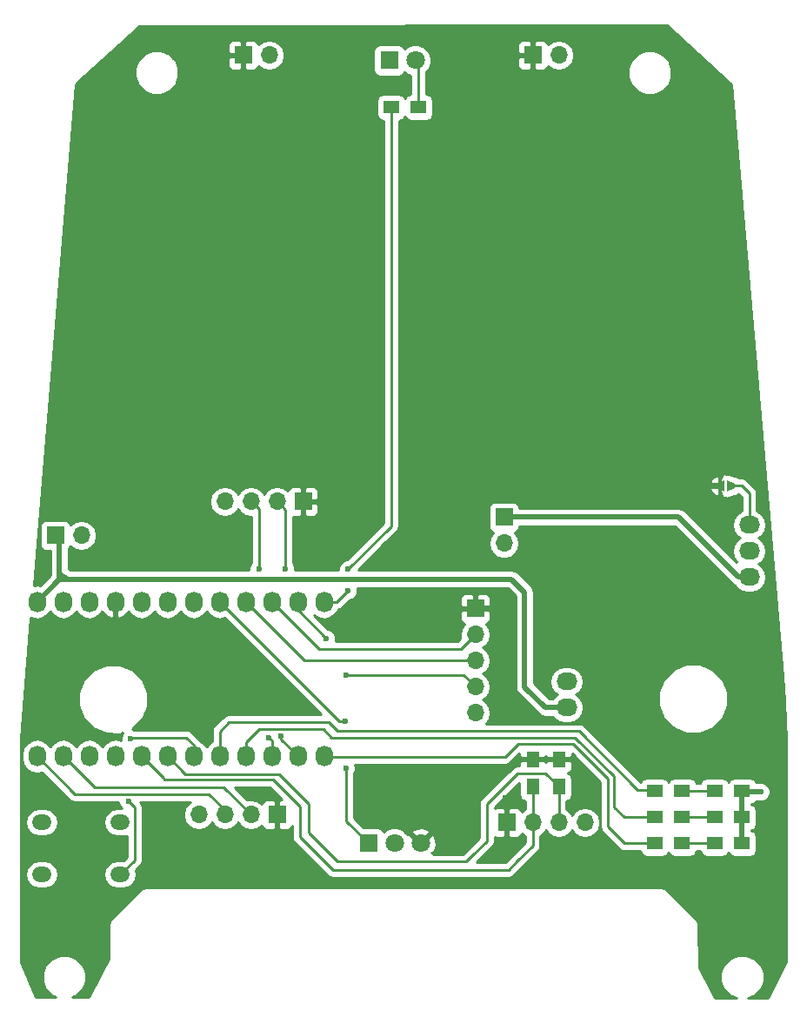
<source format=gtl>
G04 #@! TF.FileFunction,Copper,L1,Top,Signal*
%FSLAX46Y46*%
G04 Gerber Fmt 4.6, Leading zero omitted, Abs format (unit mm)*
G04 Created by KiCad (PCBNEW 4.0.7-e2-6376~58~ubuntu14.04.1) date Tue Oct 30 11:41:08 2018*
%MOMM*%
%LPD*%
G01*
G04 APERTURE LIST*
%ADD10C,0.100000*%
%ADD11O,1.727200X2.032000*%
%ADD12O,2.032000X1.727200*%
%ADD13R,1.500000X1.300000*%
%ADD14R,1.800000X1.800000*%
%ADD15C,1.800000*%
%ADD16R,1.700000X1.700000*%
%ADD17O,1.700000X1.700000*%
%ADD18R,1.300000X1.500000*%
%ADD19O,1.900000X1.500000*%
%ADD20C,0.600000*%
%ADD21C,0.550000*%
%ADD22C,0.250000*%
%ADD23C,0.254000*%
G04 APERTURE END LIST*
D10*
D11*
X105410000Y-111098000D03*
X105410000Y-126138000D03*
X107950000Y-111098000D03*
X107950000Y-126138000D03*
X110490000Y-111098000D03*
X110490000Y-126138000D03*
X113030000Y-111098000D03*
X113030000Y-126138000D03*
X115570000Y-111098000D03*
X115570000Y-126138000D03*
X118110000Y-111098000D03*
X118110000Y-126138000D03*
X120650000Y-111098000D03*
X120650000Y-126138000D03*
X123190000Y-111098000D03*
X123190000Y-126138000D03*
X125730000Y-111098000D03*
X125730000Y-126138000D03*
X128270000Y-111098000D03*
X128270000Y-126138000D03*
X130810000Y-111098000D03*
X130810000Y-126138000D03*
X133350000Y-111098000D03*
X133350000Y-126138000D03*
D12*
X156972000Y-121412000D03*
X156972000Y-118872000D03*
X174752000Y-108712000D03*
X174752000Y-106172000D03*
X174752000Y-103632000D03*
D13*
X174070000Y-129540000D03*
X171370000Y-129540000D03*
X174070000Y-132080000D03*
X171370000Y-132080000D03*
X174070000Y-134620000D03*
X171370000Y-134620000D03*
D14*
X139700000Y-58420000D03*
D15*
X142240000Y-58420000D03*
D16*
X150876000Y-102870000D03*
D17*
X150876000Y-105410000D03*
D16*
X125476000Y-57912000D03*
D17*
X128016000Y-57912000D03*
D16*
X128778000Y-131826000D03*
D17*
X126238000Y-131826000D03*
X123698000Y-131826000D03*
X121158000Y-131826000D03*
D16*
X151130000Y-132588000D03*
D17*
X153670000Y-132588000D03*
X156210000Y-132588000D03*
X158750000Y-132588000D03*
D16*
X153670000Y-57912000D03*
D17*
X156210000Y-57912000D03*
D16*
X131318000Y-101346000D03*
D17*
X128778000Y-101346000D03*
X126238000Y-101346000D03*
X123698000Y-101346000D03*
D16*
X107188000Y-104648000D03*
D17*
X109728000Y-104648000D03*
D10*
G36*
X171558000Y-100072000D02*
X171558000Y-99572000D01*
X172358000Y-99272000D01*
X172358000Y-100372000D01*
X171558000Y-100072000D01*
X171558000Y-100072000D01*
G37*
G36*
X172574000Y-100372000D02*
X172574000Y-99272000D01*
X173374000Y-99572000D01*
X173374000Y-100072000D01*
X172574000Y-100372000D01*
X172574000Y-100372000D01*
G37*
D18*
X153670000Y-129112000D03*
X153670000Y-126412000D03*
X156210000Y-129112000D03*
X156210000Y-126412000D03*
D13*
X139874000Y-62992000D03*
X142574000Y-62992000D03*
X165528000Y-129540000D03*
X168228000Y-129540000D03*
X165528000Y-132080000D03*
X168228000Y-132080000D03*
X165528000Y-134620000D03*
X168228000Y-134620000D03*
D19*
X105890000Y-137640000D03*
X105890000Y-132560000D03*
X113510000Y-137640000D03*
X113510000Y-132560000D03*
D14*
X137668000Y-134620000D03*
D15*
X140208000Y-134620000D03*
X142748000Y-134620000D03*
D16*
X148082000Y-111760000D03*
D17*
X148082000Y-114300000D03*
X148082000Y-116840000D03*
X148082000Y-119380000D03*
X148082000Y-121920000D03*
D20*
X175900000Y-129600000D03*
X154300000Y-111700000D03*
X151440000Y-111760000D03*
X151000000Y-130200000D03*
X151000000Y-127600000D03*
X129200000Y-124200000D03*
X129600000Y-107900000D03*
X127000000Y-107900000D03*
X128000000Y-124300000D03*
X133600000Y-114700000D03*
X135500000Y-118200000D03*
X135700000Y-110000000D03*
X135700000Y-107900000D03*
X114300000Y-130500000D03*
X114500000Y-124400000D03*
X135400000Y-122700000D03*
X135500000Y-127300000D03*
D21*
X174070000Y-129540000D02*
X174130000Y-129600000D01*
X174130000Y-129600000D02*
X175900000Y-129600000D01*
X174070000Y-132080000D02*
X174070000Y-129540000D01*
X174070000Y-134620000D02*
X174070000Y-132080000D01*
D22*
X168228000Y-129540000D02*
X171370000Y-129540000D01*
X168228000Y-132080000D02*
X171370000Y-132080000D01*
X171370000Y-134620000D02*
X168228000Y-134620000D01*
X142240000Y-58420000D02*
X142574000Y-58754000D01*
X142574000Y-58754000D02*
X142574000Y-62992000D01*
D21*
X174752000Y-108712000D02*
X173712000Y-108712000D01*
X167870000Y-102870000D02*
X150876000Y-102870000D01*
X173712000Y-108712000D02*
X167870000Y-102870000D01*
X171958000Y-99822000D02*
X150678000Y-99822000D01*
X154300000Y-109800000D02*
X154300000Y-111700000D01*
X152400000Y-107900000D02*
X154300000Y-109800000D01*
X149600000Y-107900000D02*
X152400000Y-107900000D01*
X148800000Y-107100000D02*
X149600000Y-107900000D01*
X148800000Y-101700000D02*
X148800000Y-107100000D01*
X150678000Y-99822000D02*
X148800000Y-101700000D01*
X148082000Y-111760000D02*
X151440000Y-111760000D01*
X151440000Y-111760000D02*
X151500000Y-111700000D01*
X153670000Y-126412000D02*
X152188000Y-126412000D01*
X151130000Y-130330000D02*
X151130000Y-132588000D01*
X151000000Y-130200000D02*
X151130000Y-130330000D01*
X152188000Y-126412000D02*
X151000000Y-127600000D01*
X153658000Y-126400000D02*
X153670000Y-126412000D01*
X156210000Y-126412000D02*
X153670000Y-126412000D01*
D22*
X126238000Y-131826000D02*
X123612000Y-129200000D01*
X111012000Y-129200000D02*
X107950000Y-126138000D01*
X123612000Y-129200000D02*
X111012000Y-129200000D01*
X107950000Y-126138000D02*
X107950000Y-126650000D01*
X123698000Y-131826000D02*
X123698000Y-131398000D01*
X123698000Y-131398000D02*
X122100000Y-129800000D01*
X122100000Y-129800000D02*
X109072000Y-129800000D01*
X109072000Y-129800000D02*
X105410000Y-126138000D01*
X128700000Y-128700000D02*
X128384000Y-128384000D01*
X128384000Y-128384000D02*
X117816000Y-128384000D01*
X117616000Y-128184000D02*
X117816000Y-128384000D01*
X152200000Y-136300000D02*
X151300000Y-137200000D01*
X131000000Y-134000000D02*
X131000000Y-131000000D01*
X134200000Y-137200000D02*
X131000000Y-134000000D01*
X151300000Y-137200000D02*
X134200000Y-137200000D01*
X153670000Y-132588000D02*
X153670000Y-134830000D01*
X131000000Y-131000000D02*
X128700000Y-128700000D01*
X153670000Y-134830000D02*
X152200000Y-136300000D01*
X117616000Y-128184000D02*
X115570000Y-126138000D01*
X153670000Y-129112000D02*
X153670000Y-132588000D01*
X119672000Y-127700000D02*
X119872000Y-127900000D01*
X119872000Y-127900000D02*
X129000000Y-127900000D01*
X147800000Y-135800000D02*
X147200000Y-136400000D01*
X147200000Y-136400000D02*
X134700000Y-136400000D01*
X134700000Y-136400000D02*
X131900000Y-133600000D01*
X131900000Y-133600000D02*
X131900000Y-130800000D01*
X131900000Y-130800000D02*
X129000000Y-127900000D01*
X119672000Y-127700000D02*
X118110000Y-126138000D01*
X156210000Y-129112000D02*
X156210000Y-129110000D01*
X156210000Y-129110000D02*
X154900000Y-127800000D01*
X149200000Y-134400000D02*
X147800000Y-135800000D01*
X149200000Y-130800000D02*
X149200000Y-134400000D01*
X152200000Y-127800000D02*
X149200000Y-130800000D01*
X154900000Y-127800000D02*
X152200000Y-127800000D01*
X156210000Y-132588000D02*
X156210000Y-129112000D01*
X130810000Y-126138000D02*
X129200000Y-124528000D01*
X129200000Y-124528000D02*
X129200000Y-124200000D01*
X129600000Y-102168000D02*
X128778000Y-101346000D01*
X129600000Y-107900000D02*
X129600000Y-102168000D01*
X126238000Y-101346000D02*
X127000000Y-102108000D01*
X127000000Y-102108000D02*
X127000000Y-107900000D01*
X128270000Y-126138000D02*
X128270000Y-124570000D01*
X128270000Y-124570000D02*
X128000000Y-124300000D01*
X148082000Y-114300000D02*
X146682000Y-115700000D01*
X132872000Y-115700000D02*
X128270000Y-111098000D01*
X146682000Y-115700000D02*
X132872000Y-115700000D01*
X125730000Y-111098000D02*
X131472000Y-116840000D01*
X131472000Y-116840000D02*
X148082000Y-116840000D01*
X148082000Y-119380000D02*
X146902000Y-118200000D01*
X133600000Y-114700000D02*
X130810000Y-111910000D01*
X146902000Y-118200000D02*
X135500000Y-118200000D01*
X130810000Y-111910000D02*
X130810000Y-111098000D01*
D21*
X107608000Y-108300000D02*
X108208000Y-108900000D01*
X108100000Y-108700000D02*
X108100000Y-108900000D01*
X108208000Y-108808000D02*
X108100000Y-108700000D01*
X108208000Y-108900000D02*
X108208000Y-108808000D01*
X107608000Y-108900000D02*
X107608000Y-108300000D01*
X107608000Y-108300000D02*
X107608000Y-105068000D01*
X107608000Y-105068000D02*
X107188000Y-104648000D01*
X156972000Y-121412000D02*
X154912000Y-121412000D01*
X151600000Y-108900000D02*
X108100000Y-108900000D01*
X152900000Y-110200000D02*
X151600000Y-108900000D01*
X152900000Y-119400000D02*
X152900000Y-110200000D01*
X154912000Y-121412000D02*
X152900000Y-119400000D01*
X107608000Y-108900000D02*
X105410000Y-111098000D01*
X108100000Y-108900000D02*
X107608000Y-108900000D01*
D22*
X174752000Y-103632000D02*
X174752000Y-100552000D01*
X174022000Y-99822000D02*
X172974000Y-99822000D01*
X174752000Y-100552000D02*
X174022000Y-99822000D01*
X139874000Y-62992000D02*
X139874000Y-103726000D01*
X134602000Y-111098000D02*
X133350000Y-111098000D01*
X135700000Y-110000000D02*
X134602000Y-111098000D01*
X139874000Y-103726000D02*
X135700000Y-107900000D01*
X123190000Y-126138000D02*
X123190000Y-123710000D01*
X133800000Y-122800000D02*
X134700000Y-123700000D01*
X124100000Y-122800000D02*
X133800000Y-122800000D01*
X123190000Y-123710000D02*
X124100000Y-122800000D01*
X123190000Y-125710000D02*
X123190000Y-126138000D01*
X158200000Y-123700000D02*
X163900000Y-129400000D01*
X158200000Y-123700000D02*
X134700000Y-123700000D01*
X163900000Y-129400000D02*
X165388000Y-129400000D01*
X123190000Y-126138000D02*
X123190000Y-125710000D01*
X165388000Y-129400000D02*
X165528000Y-129540000D01*
X125730000Y-126138000D02*
X125730000Y-124770000D01*
X127000000Y-123500000D02*
X128368000Y-123500000D01*
X125730000Y-124770000D02*
X127000000Y-123500000D01*
X134100000Y-124300000D02*
X133300000Y-123500000D01*
X133300000Y-123500000D02*
X128368000Y-123500000D01*
X152000000Y-124300000D02*
X134100000Y-124300000D01*
X165528000Y-132080000D02*
X162580000Y-132080000D01*
X157800000Y-124300000D02*
X152000000Y-124300000D01*
X161600000Y-128100000D02*
X157800000Y-124300000D01*
X161600000Y-131100000D02*
X161600000Y-128100000D01*
X162580000Y-132080000D02*
X161600000Y-131100000D01*
X151400000Y-125800000D02*
X151000000Y-126200000D01*
X151000000Y-126200000D02*
X150900000Y-126200000D01*
X133350000Y-126138000D02*
X133412000Y-126200000D01*
X133412000Y-126200000D02*
X150900000Y-126200000D01*
X151400000Y-125800000D02*
X152300000Y-124900000D01*
X152300000Y-124900000D02*
X157600000Y-124900000D01*
X157600000Y-124900000D02*
X161000000Y-128300000D01*
X161000000Y-128300000D02*
X161000000Y-133000000D01*
X161000000Y-133000000D02*
X162620000Y-134620000D01*
X162620000Y-134620000D02*
X165528000Y-134620000D01*
X114600000Y-124300000D02*
X114500000Y-124400000D01*
X114900000Y-136250000D02*
X113510000Y-137640000D01*
X114900000Y-131100000D02*
X114900000Y-136250000D01*
X114300000Y-130500000D02*
X114900000Y-131100000D01*
X120650000Y-126138000D02*
X120650000Y-125050000D01*
X119900000Y-124300000D02*
X114600000Y-124300000D01*
X120650000Y-125050000D02*
X119900000Y-124300000D01*
X137668000Y-134620000D02*
X135500000Y-132452000D01*
X134792000Y-122700000D02*
X123190000Y-111098000D01*
X135400000Y-122700000D02*
X134792000Y-122700000D01*
X135500000Y-132452000D02*
X135500000Y-127300000D01*
D23*
G36*
X173016540Y-60737932D02*
X177992545Y-118360065D01*
X178191512Y-120747667D01*
X178390000Y-124618189D01*
X178390000Y-146128748D01*
X176565944Y-149690000D01*
X174651022Y-149690000D01*
X175277800Y-149431020D01*
X175878909Y-148830959D01*
X176204628Y-148046541D01*
X176205370Y-147197185D01*
X175881020Y-146412200D01*
X175280959Y-145811091D01*
X174496541Y-145485372D01*
X173647185Y-145484630D01*
X172862200Y-145808980D01*
X172261091Y-146409041D01*
X171935372Y-147193459D01*
X171934630Y-148042815D01*
X172258980Y-148827800D01*
X172859041Y-149428909D01*
X173487818Y-149690000D01*
X171433248Y-149690000D01*
X169906105Y-146720555D01*
X169809817Y-142483868D01*
X169781433Y-142356383D01*
X169755954Y-142228295D01*
X169751394Y-142221471D01*
X169749611Y-142213461D01*
X169674606Y-142106549D01*
X169602046Y-141997954D01*
X166702046Y-139097954D01*
X166471705Y-138944046D01*
X166200000Y-138890000D01*
X116000000Y-138890000D01*
X115728295Y-138944046D01*
X115497954Y-139097954D01*
X112597954Y-141997954D01*
X112444046Y-142228295D01*
X112390000Y-142500000D01*
X112390000Y-145828918D01*
X110465725Y-149590000D01*
X108858838Y-149590000D01*
X109267800Y-149421020D01*
X109868909Y-148820959D01*
X110194628Y-148036541D01*
X110195370Y-147187185D01*
X109871020Y-146402200D01*
X109270959Y-145801091D01*
X108486541Y-145475372D01*
X107637185Y-145474630D01*
X106852200Y-145798980D01*
X106251091Y-146399041D01*
X105925372Y-147183459D01*
X105924630Y-148032815D01*
X106248980Y-148817800D01*
X106849041Y-149418909D01*
X107261074Y-149590000D01*
X105269712Y-149590000D01*
X103810000Y-146155384D01*
X103810000Y-137640000D01*
X104273948Y-137640000D01*
X104379375Y-138170017D01*
X104679605Y-138619343D01*
X105128931Y-138919573D01*
X105658948Y-139025000D01*
X106121052Y-139025000D01*
X106651069Y-138919573D01*
X107100395Y-138619343D01*
X107400625Y-138170017D01*
X107506052Y-137640000D01*
X107400625Y-137109983D01*
X107100395Y-136660657D01*
X106651069Y-136360427D01*
X106121052Y-136255000D01*
X105658948Y-136255000D01*
X105128931Y-136360427D01*
X104679605Y-136660657D01*
X104379375Y-137109983D01*
X104273948Y-137640000D01*
X103810000Y-137640000D01*
X103810000Y-132560000D01*
X104273948Y-132560000D01*
X104379375Y-133090017D01*
X104679605Y-133539343D01*
X105128931Y-133839573D01*
X105658948Y-133945000D01*
X106121052Y-133945000D01*
X106651069Y-133839573D01*
X107100395Y-133539343D01*
X107400625Y-133090017D01*
X107506052Y-132560000D01*
X107400625Y-132029983D01*
X107100395Y-131580657D01*
X106651069Y-131280427D01*
X106121052Y-131175000D01*
X105658948Y-131175000D01*
X105128931Y-131280427D01*
X104679605Y-131580657D01*
X104379375Y-132029983D01*
X104273948Y-132560000D01*
X103810000Y-132560000D01*
X103810000Y-124429898D01*
X104804288Y-112645740D01*
X104836511Y-112667271D01*
X105410000Y-112781345D01*
X105983489Y-112667271D01*
X106469670Y-112342415D01*
X106680000Y-112027634D01*
X106890330Y-112342415D01*
X107376511Y-112667271D01*
X107950000Y-112781345D01*
X108523489Y-112667271D01*
X109009670Y-112342415D01*
X109220000Y-112027634D01*
X109430330Y-112342415D01*
X109916511Y-112667271D01*
X110490000Y-112781345D01*
X111063489Y-112667271D01*
X111549670Y-112342415D01*
X111756461Y-112032931D01*
X112127964Y-112448732D01*
X112655209Y-112702709D01*
X112670974Y-112705358D01*
X112903000Y-112584217D01*
X112903000Y-111225000D01*
X112883000Y-111225000D01*
X112883000Y-110971000D01*
X112903000Y-110971000D01*
X112903000Y-110951000D01*
X113157000Y-110951000D01*
X113157000Y-110971000D01*
X113177000Y-110971000D01*
X113177000Y-111225000D01*
X113157000Y-111225000D01*
X113157000Y-112584217D01*
X113389026Y-112705358D01*
X113404791Y-112702709D01*
X113932036Y-112448732D01*
X114303539Y-112032931D01*
X114510330Y-112342415D01*
X114996511Y-112667271D01*
X115570000Y-112781345D01*
X116143489Y-112667271D01*
X116629670Y-112342415D01*
X116840000Y-112027634D01*
X117050330Y-112342415D01*
X117536511Y-112667271D01*
X118110000Y-112781345D01*
X118683489Y-112667271D01*
X119169670Y-112342415D01*
X119380000Y-112027634D01*
X119590330Y-112342415D01*
X120076511Y-112667271D01*
X120650000Y-112781345D01*
X121223489Y-112667271D01*
X121709670Y-112342415D01*
X121920000Y-112027634D01*
X122130330Y-112342415D01*
X122616511Y-112667271D01*
X123190000Y-112781345D01*
X123697579Y-112680381D01*
X133057198Y-122040000D01*
X124100000Y-122040000D01*
X123809160Y-122097852D01*
X123562599Y-122262599D01*
X122652599Y-123172599D01*
X122487852Y-123419161D01*
X122430000Y-123710000D01*
X122430000Y-124693352D01*
X122130330Y-124893585D01*
X121920000Y-125208366D01*
X121709670Y-124893585D01*
X121226049Y-124570439D01*
X121187401Y-124512599D01*
X120437401Y-123762599D01*
X120190839Y-123597852D01*
X119900000Y-123540000D01*
X114867028Y-123540000D01*
X114686799Y-123465162D01*
X114677302Y-123465154D01*
X114734943Y-123441337D01*
X115687990Y-122489952D01*
X116204411Y-121246272D01*
X116205586Y-119899636D01*
X115691337Y-118655057D01*
X114739952Y-117702010D01*
X113496272Y-117185589D01*
X112149636Y-117184414D01*
X110905057Y-117698663D01*
X109952010Y-118650048D01*
X109435589Y-119893728D01*
X109434414Y-121240364D01*
X109948663Y-122484943D01*
X110900048Y-123437990D01*
X112143728Y-123954411D01*
X113490364Y-123955586D01*
X113714530Y-123862963D01*
X113707808Y-123869673D01*
X113565162Y-124213201D01*
X113564859Y-124561045D01*
X113030000Y-124454655D01*
X112456511Y-124568729D01*
X111970330Y-124893585D01*
X111760000Y-125208366D01*
X111549670Y-124893585D01*
X111063489Y-124568729D01*
X110490000Y-124454655D01*
X109916511Y-124568729D01*
X109430330Y-124893585D01*
X109220000Y-125208366D01*
X109009670Y-124893585D01*
X108523489Y-124568729D01*
X107950000Y-124454655D01*
X107376511Y-124568729D01*
X106890330Y-124893585D01*
X106680000Y-125208366D01*
X106469670Y-124893585D01*
X105983489Y-124568729D01*
X105410000Y-124454655D01*
X104836511Y-124568729D01*
X104350330Y-124893585D01*
X104025474Y-125379766D01*
X103911400Y-125953255D01*
X103911400Y-126322745D01*
X104025474Y-126896234D01*
X104350330Y-127382415D01*
X104836511Y-127707271D01*
X105410000Y-127821345D01*
X105917579Y-127720381D01*
X108534599Y-130337401D01*
X108781161Y-130502148D01*
X109072000Y-130560000D01*
X113364947Y-130560000D01*
X113364838Y-130685167D01*
X113506883Y-131028943D01*
X113652685Y-131175000D01*
X113278948Y-131175000D01*
X112748931Y-131280427D01*
X112299605Y-131580657D01*
X111999375Y-132029983D01*
X111893948Y-132560000D01*
X111999375Y-133090017D01*
X112299605Y-133539343D01*
X112748931Y-133839573D01*
X113278948Y-133945000D01*
X113741052Y-133945000D01*
X114140000Y-133865644D01*
X114140000Y-135935198D01*
X113807067Y-136268131D01*
X113741052Y-136255000D01*
X113278948Y-136255000D01*
X112748931Y-136360427D01*
X112299605Y-136660657D01*
X111999375Y-137109983D01*
X111893948Y-137640000D01*
X111999375Y-138170017D01*
X112299605Y-138619343D01*
X112748931Y-138919573D01*
X113278948Y-139025000D01*
X113741052Y-139025000D01*
X114271069Y-138919573D01*
X114720395Y-138619343D01*
X115020625Y-138170017D01*
X115126052Y-137640000D01*
X115036253Y-137188549D01*
X115437401Y-136787401D01*
X115602148Y-136540839D01*
X115660000Y-136250000D01*
X115660000Y-131100000D01*
X115602148Y-130809161D01*
X115437401Y-130562599D01*
X115434802Y-130560000D01*
X120387592Y-130560000D01*
X120107946Y-130746853D01*
X119786039Y-131228622D01*
X119673000Y-131796907D01*
X119673000Y-131855093D01*
X119786039Y-132423378D01*
X120107946Y-132905147D01*
X120589715Y-133227054D01*
X121158000Y-133340093D01*
X121726285Y-133227054D01*
X122208054Y-132905147D01*
X122428000Y-132575974D01*
X122647946Y-132905147D01*
X123129715Y-133227054D01*
X123698000Y-133340093D01*
X124266285Y-133227054D01*
X124748054Y-132905147D01*
X124968000Y-132575974D01*
X125187946Y-132905147D01*
X125669715Y-133227054D01*
X126238000Y-133340093D01*
X126806285Y-133227054D01*
X127288054Y-132905147D01*
X127317403Y-132861223D01*
X127389673Y-133035698D01*
X127568301Y-133214327D01*
X127801690Y-133311000D01*
X128492250Y-133311000D01*
X128651000Y-133152250D01*
X128651000Y-131953000D01*
X128631000Y-131953000D01*
X128631000Y-131699000D01*
X128651000Y-131699000D01*
X128651000Y-130499750D01*
X128492250Y-130341000D01*
X127801690Y-130341000D01*
X127568301Y-130437673D01*
X127389673Y-130616302D01*
X127317403Y-130790777D01*
X127288054Y-130746853D01*
X126806285Y-130424946D01*
X126238000Y-130311907D01*
X125871592Y-130384790D01*
X124630802Y-129144000D01*
X128069198Y-129144000D01*
X129266198Y-130341000D01*
X129063750Y-130341000D01*
X128905000Y-130499750D01*
X128905000Y-131699000D01*
X128925000Y-131699000D01*
X128925000Y-131953000D01*
X128905000Y-131953000D01*
X128905000Y-133152250D01*
X129063750Y-133311000D01*
X129754310Y-133311000D01*
X129987699Y-133214327D01*
X130166327Y-133035698D01*
X130240000Y-132857836D01*
X130240000Y-134000000D01*
X130297852Y-134290839D01*
X130462599Y-134537401D01*
X133662599Y-137737401D01*
X133909160Y-137902148D01*
X134200000Y-137960000D01*
X151300000Y-137960000D01*
X151590839Y-137902148D01*
X151837401Y-137737401D01*
X154207401Y-135367401D01*
X154372148Y-135120839D01*
X154430000Y-134830000D01*
X154430000Y-133860954D01*
X154720054Y-133667147D01*
X154940000Y-133337974D01*
X155159946Y-133667147D01*
X155641715Y-133989054D01*
X156210000Y-134102093D01*
X156778285Y-133989054D01*
X157260054Y-133667147D01*
X157480000Y-133337974D01*
X157699946Y-133667147D01*
X158181715Y-133989054D01*
X158750000Y-134102093D01*
X159318285Y-133989054D01*
X159800054Y-133667147D01*
X160121961Y-133185378D01*
X160235000Y-132617093D01*
X160235000Y-132558907D01*
X160121961Y-131990622D01*
X159800054Y-131508853D01*
X159318285Y-131186946D01*
X158750000Y-131073907D01*
X158181715Y-131186946D01*
X157699946Y-131508853D01*
X157480000Y-131838026D01*
X157260054Y-131508853D01*
X156970000Y-131315046D01*
X156970000Y-130488742D01*
X157095317Y-130465162D01*
X157311441Y-130326090D01*
X157456431Y-130113890D01*
X157507440Y-129862000D01*
X157507440Y-128362000D01*
X157463162Y-128126683D01*
X157324090Y-127910559D01*
X157111890Y-127765569D01*
X157078510Y-127758809D01*
X157219699Y-127700327D01*
X157398327Y-127521698D01*
X157495000Y-127288309D01*
X157495000Y-126697750D01*
X157336250Y-126539000D01*
X156337000Y-126539000D01*
X156337000Y-126559000D01*
X156083000Y-126559000D01*
X156083000Y-126539000D01*
X155083750Y-126539000D01*
X154940000Y-126682750D01*
X154796250Y-126539000D01*
X153797000Y-126539000D01*
X153797000Y-126559000D01*
X153543000Y-126559000D01*
X153543000Y-126539000D01*
X152543750Y-126539000D01*
X152385000Y-126697750D01*
X152385000Y-127040000D01*
X152200000Y-127040000D01*
X151909161Y-127097852D01*
X151662599Y-127262599D01*
X148662599Y-130262599D01*
X148497852Y-130509161D01*
X148440000Y-130800000D01*
X148440000Y-134085198D01*
X146885198Y-135640000D01*
X143937828Y-135640000D01*
X143942718Y-135635110D01*
X143828161Y-135520553D01*
X144084643Y-135434148D01*
X144294458Y-134860664D01*
X144268839Y-134250540D01*
X144084643Y-133805852D01*
X143828159Y-133719446D01*
X142927605Y-134620000D01*
X142941748Y-134634143D01*
X142762143Y-134813748D01*
X142748000Y-134799605D01*
X142733858Y-134813748D01*
X142554253Y-134634143D01*
X142568395Y-134620000D01*
X141667841Y-133719446D01*
X141517673Y-133770035D01*
X141510068Y-133751629D01*
X141298650Y-133539841D01*
X141847446Y-133539841D01*
X142748000Y-134440395D01*
X143648554Y-133539841D01*
X143562148Y-133283357D01*
X142988664Y-133073542D01*
X142378540Y-133099161D01*
X141933852Y-133283357D01*
X141847446Y-133539841D01*
X141298650Y-133539841D01*
X141078643Y-133319449D01*
X140514670Y-133085267D01*
X139904009Y-133084735D01*
X139339629Y-133317932D01*
X139171387Y-133485880D01*
X139171162Y-133484683D01*
X139032090Y-133268559D01*
X138819890Y-133123569D01*
X138568000Y-133072560D01*
X137195362Y-133072560D01*
X136260000Y-132137198D01*
X136260000Y-127862463D01*
X136292192Y-127830327D01*
X136434838Y-127486799D01*
X136435162Y-127114833D01*
X136371186Y-126960000D01*
X151000000Y-126960000D01*
X151290839Y-126902148D01*
X151537401Y-126737401D01*
X152385000Y-125889802D01*
X152385000Y-126126250D01*
X152543750Y-126285000D01*
X153543000Y-126285000D01*
X153543000Y-126265000D01*
X153797000Y-126265000D01*
X153797000Y-126285000D01*
X154796250Y-126285000D01*
X154940000Y-126141250D01*
X155083750Y-126285000D01*
X156083000Y-126285000D01*
X156083000Y-126265000D01*
X156337000Y-126265000D01*
X156337000Y-126285000D01*
X157336250Y-126285000D01*
X157495000Y-126126250D01*
X157495000Y-125869802D01*
X160240000Y-128614802D01*
X160240000Y-133000000D01*
X160297852Y-133290839D01*
X160462599Y-133537401D01*
X162082599Y-135157401D01*
X162329161Y-135322148D01*
X162620000Y-135380000D01*
X164151258Y-135380000D01*
X164174838Y-135505317D01*
X164313910Y-135721441D01*
X164526110Y-135866431D01*
X164778000Y-135917440D01*
X166278000Y-135917440D01*
X166513317Y-135873162D01*
X166729441Y-135734090D01*
X166874431Y-135521890D01*
X166877081Y-135508803D01*
X167013910Y-135721441D01*
X167226110Y-135866431D01*
X167478000Y-135917440D01*
X168978000Y-135917440D01*
X169213317Y-135873162D01*
X169429441Y-135734090D01*
X169574431Y-135521890D01*
X169603164Y-135380000D01*
X169993258Y-135380000D01*
X170016838Y-135505317D01*
X170155910Y-135721441D01*
X170368110Y-135866431D01*
X170620000Y-135917440D01*
X172120000Y-135917440D01*
X172355317Y-135873162D01*
X172571441Y-135734090D01*
X172716431Y-135521890D01*
X172719081Y-135508803D01*
X172855910Y-135721441D01*
X173068110Y-135866431D01*
X173320000Y-135917440D01*
X174820000Y-135917440D01*
X175055317Y-135873162D01*
X175271441Y-135734090D01*
X175416431Y-135521890D01*
X175467440Y-135270000D01*
X175467440Y-133970000D01*
X175423162Y-133734683D01*
X175284090Y-133518559D01*
X175071890Y-133373569D01*
X174980000Y-133354961D01*
X174980000Y-133347334D01*
X175055317Y-133333162D01*
X175271441Y-133194090D01*
X175416431Y-132981890D01*
X175467440Y-132730000D01*
X175467440Y-131430000D01*
X175423162Y-131194683D01*
X175284090Y-130978559D01*
X175071890Y-130833569D01*
X174980000Y-130814961D01*
X174980000Y-130807334D01*
X175055317Y-130793162D01*
X175271441Y-130654090D01*
X175369893Y-130510000D01*
X175653385Y-130510000D01*
X175713201Y-130534838D01*
X176085167Y-130535162D01*
X176428943Y-130393117D01*
X176692192Y-130130327D01*
X176834838Y-129786799D01*
X176835162Y-129414833D01*
X176693117Y-129071057D01*
X176430327Y-128807808D01*
X176086799Y-128665162D01*
X175714833Y-128664838D01*
X175653936Y-128690000D01*
X175429807Y-128690000D01*
X175423162Y-128654683D01*
X175284090Y-128438559D01*
X175071890Y-128293569D01*
X174820000Y-128242560D01*
X173320000Y-128242560D01*
X173084683Y-128286838D01*
X172868559Y-128425910D01*
X172723569Y-128638110D01*
X172720919Y-128651197D01*
X172584090Y-128438559D01*
X172371890Y-128293569D01*
X172120000Y-128242560D01*
X170620000Y-128242560D01*
X170384683Y-128286838D01*
X170168559Y-128425910D01*
X170023569Y-128638110D01*
X169994836Y-128780000D01*
X169604742Y-128780000D01*
X169581162Y-128654683D01*
X169442090Y-128438559D01*
X169229890Y-128293569D01*
X168978000Y-128242560D01*
X167478000Y-128242560D01*
X167242683Y-128286838D01*
X167026559Y-128425910D01*
X166881569Y-128638110D01*
X166878919Y-128651197D01*
X166742090Y-128438559D01*
X166529890Y-128293569D01*
X166278000Y-128242560D01*
X164778000Y-128242560D01*
X164542683Y-128286838D01*
X164326559Y-128425910D01*
X164194292Y-128619490D01*
X158737401Y-123162599D01*
X158490839Y-122997852D01*
X158200000Y-122940000D01*
X149181228Y-122940000D01*
X149483054Y-122488285D01*
X149596093Y-121920000D01*
X149483054Y-121351715D01*
X149161147Y-120869946D01*
X148831974Y-120650000D01*
X149161147Y-120430054D01*
X149483054Y-119948285D01*
X149596093Y-119380000D01*
X149483054Y-118811715D01*
X149161147Y-118329946D01*
X148831974Y-118110000D01*
X149161147Y-117890054D01*
X149483054Y-117408285D01*
X149596093Y-116840000D01*
X149483054Y-116271715D01*
X149161147Y-115789946D01*
X148831974Y-115570000D01*
X149161147Y-115350054D01*
X149483054Y-114868285D01*
X149596093Y-114300000D01*
X149483054Y-113731715D01*
X149161147Y-113249946D01*
X149117223Y-113220597D01*
X149291698Y-113148327D01*
X149470327Y-112969699D01*
X149567000Y-112736310D01*
X149567000Y-112045750D01*
X149408250Y-111887000D01*
X148209000Y-111887000D01*
X148209000Y-111907000D01*
X147955000Y-111907000D01*
X147955000Y-111887000D01*
X146755750Y-111887000D01*
X146597000Y-112045750D01*
X146597000Y-112736310D01*
X146693673Y-112969699D01*
X146872302Y-113148327D01*
X147046777Y-113220597D01*
X147002853Y-113249946D01*
X146680946Y-113731715D01*
X146567907Y-114300000D01*
X146640790Y-114666408D01*
X146367198Y-114940000D01*
X134512747Y-114940000D01*
X134534838Y-114886799D01*
X134535162Y-114514833D01*
X134393117Y-114171057D01*
X134130327Y-113907808D01*
X133786799Y-113765162D01*
X133739923Y-113765121D01*
X132371359Y-112396557D01*
X132776511Y-112667271D01*
X133350000Y-112781345D01*
X133923489Y-112667271D01*
X134409670Y-112342415D01*
X134734526Y-111856234D01*
X134739620Y-111830625D01*
X134892839Y-111800148D01*
X135139401Y-111635401D01*
X135839680Y-110935122D01*
X135885167Y-110935162D01*
X136228943Y-110793117D01*
X136238386Y-110783690D01*
X146597000Y-110783690D01*
X146597000Y-111474250D01*
X146755750Y-111633000D01*
X147955000Y-111633000D01*
X147955000Y-110433750D01*
X148209000Y-110433750D01*
X148209000Y-111633000D01*
X149408250Y-111633000D01*
X149567000Y-111474250D01*
X149567000Y-110783690D01*
X149470327Y-110550301D01*
X149291698Y-110371673D01*
X149058309Y-110275000D01*
X148367750Y-110275000D01*
X148209000Y-110433750D01*
X147955000Y-110433750D01*
X147796250Y-110275000D01*
X147105691Y-110275000D01*
X146872302Y-110371673D01*
X146693673Y-110550301D01*
X146597000Y-110783690D01*
X136238386Y-110783690D01*
X136492192Y-110530327D01*
X136634838Y-110186799D01*
X136635162Y-109814833D01*
X136633165Y-109810000D01*
X151223066Y-109810000D01*
X151990000Y-110576934D01*
X151990000Y-119400000D01*
X152059270Y-119748242D01*
X152256533Y-120043467D01*
X154268533Y-122055467D01*
X154563758Y-122252730D01*
X154912000Y-122322000D01*
X155627579Y-122322000D01*
X155727585Y-122471670D01*
X156213766Y-122796526D01*
X156787255Y-122910600D01*
X157156745Y-122910600D01*
X157730234Y-122796526D01*
X158216415Y-122471670D01*
X158541271Y-121985489D01*
X158655345Y-121412000D01*
X158619216Y-121230364D01*
X165934414Y-121230364D01*
X166448663Y-122474943D01*
X167400048Y-123427990D01*
X168643728Y-123944411D01*
X169990364Y-123945586D01*
X171234943Y-123431337D01*
X172187990Y-122479952D01*
X172704411Y-121236272D01*
X172705586Y-119889636D01*
X172191337Y-118645057D01*
X171239952Y-117692010D01*
X169996272Y-117175589D01*
X168649636Y-117174414D01*
X167405057Y-117688663D01*
X166452010Y-118640048D01*
X165935589Y-119883728D01*
X165934414Y-121230364D01*
X158619216Y-121230364D01*
X158541271Y-120838511D01*
X158216415Y-120352330D01*
X157901634Y-120142000D01*
X158216415Y-119931670D01*
X158541271Y-119445489D01*
X158655345Y-118872000D01*
X158541271Y-118298511D01*
X158216415Y-117812330D01*
X157730234Y-117487474D01*
X157156745Y-117373400D01*
X156787255Y-117373400D01*
X156213766Y-117487474D01*
X155727585Y-117812330D01*
X155402729Y-118298511D01*
X155288655Y-118872000D01*
X155402729Y-119445489D01*
X155727585Y-119931670D01*
X156042366Y-120142000D01*
X155727585Y-120352330D01*
X155627579Y-120502000D01*
X155288934Y-120502000D01*
X153810000Y-119023066D01*
X153810000Y-110200000D01*
X153740730Y-109851758D01*
X153543467Y-109556533D01*
X152243467Y-108256533D01*
X151948242Y-108059270D01*
X151600000Y-107990000D01*
X136684802Y-107990000D01*
X139264802Y-105410000D01*
X149361907Y-105410000D01*
X149474946Y-105978285D01*
X149796853Y-106460054D01*
X150278622Y-106781961D01*
X150846907Y-106895000D01*
X150905093Y-106895000D01*
X151473378Y-106781961D01*
X151955147Y-106460054D01*
X152277054Y-105978285D01*
X152390093Y-105410000D01*
X152277054Y-104841715D01*
X151955147Y-104359946D01*
X151913548Y-104332150D01*
X151961317Y-104323162D01*
X152177441Y-104184090D01*
X152322431Y-103971890D01*
X152361290Y-103780000D01*
X167493066Y-103780000D01*
X173068533Y-109355467D01*
X173359306Y-109549756D01*
X173507585Y-109771670D01*
X173993766Y-110096526D01*
X174567255Y-110210600D01*
X174936745Y-110210600D01*
X175510234Y-110096526D01*
X175996415Y-109771670D01*
X176321271Y-109285489D01*
X176435345Y-108712000D01*
X176321271Y-108138511D01*
X175996415Y-107652330D01*
X175681634Y-107442000D01*
X175996415Y-107231670D01*
X176321271Y-106745489D01*
X176435345Y-106172000D01*
X176321271Y-105598511D01*
X175996415Y-105112330D01*
X175681634Y-104902000D01*
X175996415Y-104691670D01*
X176321271Y-104205489D01*
X176435345Y-103632000D01*
X176321271Y-103058511D01*
X175996415Y-102572330D01*
X175512000Y-102248654D01*
X175512000Y-100552000D01*
X175454148Y-100261161D01*
X175289401Y-100014599D01*
X174559401Y-99284599D01*
X174312839Y-99119852D01*
X174022000Y-99062000D01*
X173755287Y-99062000D01*
X173601331Y-98965783D01*
X172801331Y-98665783D01*
X172591887Y-98624807D01*
X172469772Y-98646042D01*
X172384431Y-98625100D01*
X172130669Y-98665783D01*
X171980757Y-98722000D01*
X172085000Y-98722000D01*
X172085000Y-98862879D01*
X171977569Y-99020110D01*
X171926560Y-99272000D01*
X171926560Y-100372000D01*
X171961734Y-100582497D01*
X172085000Y-100792423D01*
X172085000Y-100922000D01*
X171980757Y-100922000D01*
X172130669Y-100978217D01*
X172340113Y-101019193D01*
X172462228Y-100997958D01*
X172547569Y-101018900D01*
X172801331Y-100978217D01*
X173601331Y-100678217D01*
X173724991Y-100599793D01*
X173992000Y-100866802D01*
X173992000Y-102248654D01*
X173507585Y-102572330D01*
X173182729Y-103058511D01*
X173068655Y-103632000D01*
X173182729Y-104205489D01*
X173507585Y-104691670D01*
X173822366Y-104902000D01*
X173507585Y-105112330D01*
X173182729Y-105598511D01*
X173068655Y-106172000D01*
X173182729Y-106745489D01*
X173485396Y-107198462D01*
X168513467Y-102226533D01*
X168218242Y-102029270D01*
X167870000Y-101960000D01*
X152362150Y-101960000D01*
X152329162Y-101784683D01*
X152190090Y-101568559D01*
X151977890Y-101423569D01*
X151726000Y-101372560D01*
X150026000Y-101372560D01*
X149790683Y-101416838D01*
X149574559Y-101555910D01*
X149429569Y-101768110D01*
X149378560Y-102020000D01*
X149378560Y-103720000D01*
X149422838Y-103955317D01*
X149561910Y-104171441D01*
X149774110Y-104316431D01*
X149841541Y-104330086D01*
X149796853Y-104359946D01*
X149474946Y-104841715D01*
X149361907Y-105410000D01*
X139264802Y-105410000D01*
X140411401Y-104263401D01*
X140576148Y-104016840D01*
X140617834Y-103807270D01*
X140634000Y-103726000D01*
X140634000Y-99949000D01*
X170910560Y-99949000D01*
X170910560Y-100072000D01*
X170964947Y-100331745D01*
X171112727Y-100542011D01*
X171330669Y-100678217D01*
X171831000Y-100865841D01*
X171831000Y-99949000D01*
X170910560Y-99949000D01*
X140634000Y-99949000D01*
X140634000Y-99572000D01*
X170910560Y-99572000D01*
X170910560Y-99695000D01*
X171831000Y-99695000D01*
X171831000Y-98778159D01*
X171330669Y-98965783D01*
X171106559Y-99107910D01*
X170961569Y-99320110D01*
X170910560Y-99572000D01*
X140634000Y-99572000D01*
X140634000Y-64287558D01*
X140859317Y-64245162D01*
X141075441Y-64106090D01*
X141220431Y-63893890D01*
X141223081Y-63880803D01*
X141359910Y-64093441D01*
X141572110Y-64238431D01*
X141824000Y-64289440D01*
X143324000Y-64289440D01*
X143559317Y-64245162D01*
X143775441Y-64106090D01*
X143920431Y-63893890D01*
X143971440Y-63642000D01*
X143971440Y-62342000D01*
X143927162Y-62106683D01*
X143788090Y-61890559D01*
X143575890Y-61745569D01*
X143334000Y-61696585D01*
X143334000Y-60032815D01*
X162934630Y-60032815D01*
X163258980Y-60817800D01*
X163859041Y-61418909D01*
X164643459Y-61744628D01*
X165492815Y-61745370D01*
X166277800Y-61421020D01*
X166878909Y-60820959D01*
X167204628Y-60036541D01*
X167205370Y-59187185D01*
X166881020Y-58402200D01*
X166280959Y-57801091D01*
X165496541Y-57475372D01*
X164647185Y-57474630D01*
X163862200Y-57798980D01*
X163261091Y-58399041D01*
X162935372Y-59183459D01*
X162934630Y-60032815D01*
X143334000Y-60032815D01*
X143334000Y-59496833D01*
X143540551Y-59290643D01*
X143774733Y-58726670D01*
X143775193Y-58197750D01*
X152185000Y-58197750D01*
X152185000Y-58888309D01*
X152281673Y-59121698D01*
X152460301Y-59300327D01*
X152693690Y-59397000D01*
X153384250Y-59397000D01*
X153543000Y-59238250D01*
X153543000Y-58039000D01*
X152343750Y-58039000D01*
X152185000Y-58197750D01*
X143775193Y-58197750D01*
X143775265Y-58116009D01*
X143542068Y-57551629D01*
X143110643Y-57119449D01*
X142668105Y-56935691D01*
X152185000Y-56935691D01*
X152185000Y-57626250D01*
X152343750Y-57785000D01*
X153543000Y-57785000D01*
X153543000Y-56585750D01*
X153797000Y-56585750D01*
X153797000Y-57785000D01*
X153817000Y-57785000D01*
X153817000Y-58039000D01*
X153797000Y-58039000D01*
X153797000Y-59238250D01*
X153955750Y-59397000D01*
X154646310Y-59397000D01*
X154879699Y-59300327D01*
X155058327Y-59121698D01*
X155130597Y-58947223D01*
X155159946Y-58991147D01*
X155641715Y-59313054D01*
X156210000Y-59426093D01*
X156778285Y-59313054D01*
X157260054Y-58991147D01*
X157581961Y-58509378D01*
X157695000Y-57941093D01*
X157695000Y-57882907D01*
X157581961Y-57314622D01*
X157260054Y-56832853D01*
X156778285Y-56510946D01*
X156210000Y-56397907D01*
X155641715Y-56510946D01*
X155159946Y-56832853D01*
X155130597Y-56876777D01*
X155058327Y-56702302D01*
X154879699Y-56523673D01*
X154646310Y-56427000D01*
X153955750Y-56427000D01*
X153797000Y-56585750D01*
X153543000Y-56585750D01*
X153384250Y-56427000D01*
X152693690Y-56427000D01*
X152460301Y-56523673D01*
X152281673Y-56702302D01*
X152185000Y-56935691D01*
X142668105Y-56935691D01*
X142546670Y-56885267D01*
X141936009Y-56884735D01*
X141371629Y-57117932D01*
X141203387Y-57285880D01*
X141203162Y-57284683D01*
X141064090Y-57068559D01*
X140851890Y-56923569D01*
X140600000Y-56872560D01*
X138800000Y-56872560D01*
X138564683Y-56916838D01*
X138348559Y-57055910D01*
X138203569Y-57268110D01*
X138152560Y-57520000D01*
X138152560Y-59320000D01*
X138196838Y-59555317D01*
X138335910Y-59771441D01*
X138548110Y-59916431D01*
X138800000Y-59967440D01*
X140600000Y-59967440D01*
X140835317Y-59923162D01*
X141051441Y-59784090D01*
X141196431Y-59571890D01*
X141200567Y-59551466D01*
X141369357Y-59720551D01*
X141814000Y-59905183D01*
X141814000Y-61696442D01*
X141588683Y-61738838D01*
X141372559Y-61877910D01*
X141227569Y-62090110D01*
X141224919Y-62103197D01*
X141088090Y-61890559D01*
X140875890Y-61745569D01*
X140624000Y-61694560D01*
X139124000Y-61694560D01*
X138888683Y-61738838D01*
X138672559Y-61877910D01*
X138527569Y-62090110D01*
X138476560Y-62342000D01*
X138476560Y-63642000D01*
X138520838Y-63877317D01*
X138659910Y-64093441D01*
X138872110Y-64238431D01*
X139114000Y-64287415D01*
X139114000Y-103411198D01*
X135560320Y-106964878D01*
X135514833Y-106964838D01*
X135171057Y-107106883D01*
X134907808Y-107369673D01*
X134765162Y-107713201D01*
X134764921Y-107990000D01*
X130534922Y-107990000D01*
X130535162Y-107714833D01*
X130393117Y-107371057D01*
X130360000Y-107337882D01*
X130360000Y-102831000D01*
X131032250Y-102831000D01*
X131191000Y-102672250D01*
X131191000Y-101473000D01*
X131445000Y-101473000D01*
X131445000Y-102672250D01*
X131603750Y-102831000D01*
X132294310Y-102831000D01*
X132527699Y-102734327D01*
X132706327Y-102555698D01*
X132803000Y-102322309D01*
X132803000Y-101631750D01*
X132644250Y-101473000D01*
X131445000Y-101473000D01*
X131191000Y-101473000D01*
X131171000Y-101473000D01*
X131171000Y-101219000D01*
X131191000Y-101219000D01*
X131191000Y-100019750D01*
X131445000Y-100019750D01*
X131445000Y-101219000D01*
X132644250Y-101219000D01*
X132803000Y-101060250D01*
X132803000Y-100369691D01*
X132706327Y-100136302D01*
X132527699Y-99957673D01*
X132294310Y-99861000D01*
X131603750Y-99861000D01*
X131445000Y-100019750D01*
X131191000Y-100019750D01*
X131032250Y-99861000D01*
X130341690Y-99861000D01*
X130108301Y-99957673D01*
X129929673Y-100136302D01*
X129857403Y-100310777D01*
X129828054Y-100266853D01*
X129346285Y-99944946D01*
X128778000Y-99831907D01*
X128209715Y-99944946D01*
X127727946Y-100266853D01*
X127508000Y-100596026D01*
X127288054Y-100266853D01*
X126806285Y-99944946D01*
X126238000Y-99831907D01*
X125669715Y-99944946D01*
X125187946Y-100266853D01*
X124968000Y-100596026D01*
X124748054Y-100266853D01*
X124266285Y-99944946D01*
X123698000Y-99831907D01*
X123129715Y-99944946D01*
X122647946Y-100266853D01*
X122326039Y-100748622D01*
X122213000Y-101316907D01*
X122213000Y-101375093D01*
X122326039Y-101943378D01*
X122647946Y-102425147D01*
X123129715Y-102747054D01*
X123698000Y-102860093D01*
X124266285Y-102747054D01*
X124748054Y-102425147D01*
X124968000Y-102095974D01*
X125187946Y-102425147D01*
X125669715Y-102747054D01*
X126238000Y-102860093D01*
X126240000Y-102859695D01*
X126240000Y-107337537D01*
X126207808Y-107369673D01*
X126065162Y-107713201D01*
X126064921Y-107990000D01*
X108643893Y-107990000D01*
X108518000Y-107905881D01*
X108518000Y-105920292D01*
X108634431Y-105749890D01*
X108648086Y-105682459D01*
X108677946Y-105727147D01*
X109159715Y-106049054D01*
X109728000Y-106162093D01*
X110296285Y-106049054D01*
X110778054Y-105727147D01*
X111099961Y-105245378D01*
X111213000Y-104677093D01*
X111213000Y-104618907D01*
X111099961Y-104050622D01*
X110778054Y-103568853D01*
X110296285Y-103246946D01*
X109728000Y-103133907D01*
X109159715Y-103246946D01*
X108677946Y-103568853D01*
X108650150Y-103610452D01*
X108641162Y-103562683D01*
X108502090Y-103346559D01*
X108289890Y-103201569D01*
X108038000Y-103150560D01*
X106338000Y-103150560D01*
X106102683Y-103194838D01*
X105886559Y-103333910D01*
X105741569Y-103546110D01*
X105690560Y-103798000D01*
X105690560Y-105498000D01*
X105734838Y-105733317D01*
X105873910Y-105949441D01*
X106086110Y-106094431D01*
X106338000Y-106145440D01*
X106698000Y-106145440D01*
X106698000Y-108523066D01*
X105740642Y-109480424D01*
X105410000Y-109414655D01*
X105071225Y-109482041D01*
X109184030Y-60737692D01*
X109970394Y-60022815D01*
X114934630Y-60022815D01*
X115258980Y-60807800D01*
X115859041Y-61408909D01*
X116643459Y-61734628D01*
X117492815Y-61735370D01*
X118277800Y-61411020D01*
X118878909Y-60810959D01*
X119204628Y-60026541D01*
X119205370Y-59177185D01*
X118881020Y-58392200D01*
X118686910Y-58197750D01*
X123991000Y-58197750D01*
X123991000Y-58888309D01*
X124087673Y-59121698D01*
X124266301Y-59300327D01*
X124499690Y-59397000D01*
X125190250Y-59397000D01*
X125349000Y-59238250D01*
X125349000Y-58039000D01*
X124149750Y-58039000D01*
X123991000Y-58197750D01*
X118686910Y-58197750D01*
X118280959Y-57791091D01*
X117496541Y-57465372D01*
X116647185Y-57464630D01*
X115862200Y-57788980D01*
X115261091Y-58389041D01*
X114935372Y-59173459D01*
X114934630Y-60022815D01*
X109970394Y-60022815D01*
X113366230Y-56935691D01*
X123991000Y-56935691D01*
X123991000Y-57626250D01*
X124149750Y-57785000D01*
X125349000Y-57785000D01*
X125349000Y-56585750D01*
X125603000Y-56585750D01*
X125603000Y-57785000D01*
X125623000Y-57785000D01*
X125623000Y-58039000D01*
X125603000Y-58039000D01*
X125603000Y-59238250D01*
X125761750Y-59397000D01*
X126452310Y-59397000D01*
X126685699Y-59300327D01*
X126864327Y-59121698D01*
X126936597Y-58947223D01*
X126965946Y-58991147D01*
X127447715Y-59313054D01*
X128016000Y-59426093D01*
X128584285Y-59313054D01*
X129066054Y-58991147D01*
X129387961Y-58509378D01*
X129501000Y-57941093D01*
X129501000Y-57882907D01*
X129387961Y-57314622D01*
X129066054Y-56832853D01*
X128584285Y-56510946D01*
X128016000Y-56397907D01*
X127447715Y-56510946D01*
X126965946Y-56832853D01*
X126936597Y-56876777D01*
X126864327Y-56702302D01*
X126685699Y-56523673D01*
X126452310Y-56427000D01*
X125761750Y-56427000D01*
X125603000Y-56585750D01*
X125349000Y-56585750D01*
X125190250Y-56427000D01*
X124499690Y-56427000D01*
X124266301Y-56523673D01*
X124087673Y-56702302D01*
X123991000Y-56935691D01*
X113366230Y-56935691D01*
X115375072Y-55109472D01*
X166725788Y-55010530D01*
X173016540Y-60737932D01*
X173016540Y-60737932D01*
G37*
X173016540Y-60737932D02*
X177992545Y-118360065D01*
X178191512Y-120747667D01*
X178390000Y-124618189D01*
X178390000Y-146128748D01*
X176565944Y-149690000D01*
X174651022Y-149690000D01*
X175277800Y-149431020D01*
X175878909Y-148830959D01*
X176204628Y-148046541D01*
X176205370Y-147197185D01*
X175881020Y-146412200D01*
X175280959Y-145811091D01*
X174496541Y-145485372D01*
X173647185Y-145484630D01*
X172862200Y-145808980D01*
X172261091Y-146409041D01*
X171935372Y-147193459D01*
X171934630Y-148042815D01*
X172258980Y-148827800D01*
X172859041Y-149428909D01*
X173487818Y-149690000D01*
X171433248Y-149690000D01*
X169906105Y-146720555D01*
X169809817Y-142483868D01*
X169781433Y-142356383D01*
X169755954Y-142228295D01*
X169751394Y-142221471D01*
X169749611Y-142213461D01*
X169674606Y-142106549D01*
X169602046Y-141997954D01*
X166702046Y-139097954D01*
X166471705Y-138944046D01*
X166200000Y-138890000D01*
X116000000Y-138890000D01*
X115728295Y-138944046D01*
X115497954Y-139097954D01*
X112597954Y-141997954D01*
X112444046Y-142228295D01*
X112390000Y-142500000D01*
X112390000Y-145828918D01*
X110465725Y-149590000D01*
X108858838Y-149590000D01*
X109267800Y-149421020D01*
X109868909Y-148820959D01*
X110194628Y-148036541D01*
X110195370Y-147187185D01*
X109871020Y-146402200D01*
X109270959Y-145801091D01*
X108486541Y-145475372D01*
X107637185Y-145474630D01*
X106852200Y-145798980D01*
X106251091Y-146399041D01*
X105925372Y-147183459D01*
X105924630Y-148032815D01*
X106248980Y-148817800D01*
X106849041Y-149418909D01*
X107261074Y-149590000D01*
X105269712Y-149590000D01*
X103810000Y-146155384D01*
X103810000Y-137640000D01*
X104273948Y-137640000D01*
X104379375Y-138170017D01*
X104679605Y-138619343D01*
X105128931Y-138919573D01*
X105658948Y-139025000D01*
X106121052Y-139025000D01*
X106651069Y-138919573D01*
X107100395Y-138619343D01*
X107400625Y-138170017D01*
X107506052Y-137640000D01*
X107400625Y-137109983D01*
X107100395Y-136660657D01*
X106651069Y-136360427D01*
X106121052Y-136255000D01*
X105658948Y-136255000D01*
X105128931Y-136360427D01*
X104679605Y-136660657D01*
X104379375Y-137109983D01*
X104273948Y-137640000D01*
X103810000Y-137640000D01*
X103810000Y-132560000D01*
X104273948Y-132560000D01*
X104379375Y-133090017D01*
X104679605Y-133539343D01*
X105128931Y-133839573D01*
X105658948Y-133945000D01*
X106121052Y-133945000D01*
X106651069Y-133839573D01*
X107100395Y-133539343D01*
X107400625Y-133090017D01*
X107506052Y-132560000D01*
X107400625Y-132029983D01*
X107100395Y-131580657D01*
X106651069Y-131280427D01*
X106121052Y-131175000D01*
X105658948Y-131175000D01*
X105128931Y-131280427D01*
X104679605Y-131580657D01*
X104379375Y-132029983D01*
X104273948Y-132560000D01*
X103810000Y-132560000D01*
X103810000Y-124429898D01*
X104804288Y-112645740D01*
X104836511Y-112667271D01*
X105410000Y-112781345D01*
X105983489Y-112667271D01*
X106469670Y-112342415D01*
X106680000Y-112027634D01*
X106890330Y-112342415D01*
X107376511Y-112667271D01*
X107950000Y-112781345D01*
X108523489Y-112667271D01*
X109009670Y-112342415D01*
X109220000Y-112027634D01*
X109430330Y-112342415D01*
X109916511Y-112667271D01*
X110490000Y-112781345D01*
X111063489Y-112667271D01*
X111549670Y-112342415D01*
X111756461Y-112032931D01*
X112127964Y-112448732D01*
X112655209Y-112702709D01*
X112670974Y-112705358D01*
X112903000Y-112584217D01*
X112903000Y-111225000D01*
X112883000Y-111225000D01*
X112883000Y-110971000D01*
X112903000Y-110971000D01*
X112903000Y-110951000D01*
X113157000Y-110951000D01*
X113157000Y-110971000D01*
X113177000Y-110971000D01*
X113177000Y-111225000D01*
X113157000Y-111225000D01*
X113157000Y-112584217D01*
X113389026Y-112705358D01*
X113404791Y-112702709D01*
X113932036Y-112448732D01*
X114303539Y-112032931D01*
X114510330Y-112342415D01*
X114996511Y-112667271D01*
X115570000Y-112781345D01*
X116143489Y-112667271D01*
X116629670Y-112342415D01*
X116840000Y-112027634D01*
X117050330Y-112342415D01*
X117536511Y-112667271D01*
X118110000Y-112781345D01*
X118683489Y-112667271D01*
X119169670Y-112342415D01*
X119380000Y-112027634D01*
X119590330Y-112342415D01*
X120076511Y-112667271D01*
X120650000Y-112781345D01*
X121223489Y-112667271D01*
X121709670Y-112342415D01*
X121920000Y-112027634D01*
X122130330Y-112342415D01*
X122616511Y-112667271D01*
X123190000Y-112781345D01*
X123697579Y-112680381D01*
X133057198Y-122040000D01*
X124100000Y-122040000D01*
X123809160Y-122097852D01*
X123562599Y-122262599D01*
X122652599Y-123172599D01*
X122487852Y-123419161D01*
X122430000Y-123710000D01*
X122430000Y-124693352D01*
X122130330Y-124893585D01*
X121920000Y-125208366D01*
X121709670Y-124893585D01*
X121226049Y-124570439D01*
X121187401Y-124512599D01*
X120437401Y-123762599D01*
X120190839Y-123597852D01*
X119900000Y-123540000D01*
X114867028Y-123540000D01*
X114686799Y-123465162D01*
X114677302Y-123465154D01*
X114734943Y-123441337D01*
X115687990Y-122489952D01*
X116204411Y-121246272D01*
X116205586Y-119899636D01*
X115691337Y-118655057D01*
X114739952Y-117702010D01*
X113496272Y-117185589D01*
X112149636Y-117184414D01*
X110905057Y-117698663D01*
X109952010Y-118650048D01*
X109435589Y-119893728D01*
X109434414Y-121240364D01*
X109948663Y-122484943D01*
X110900048Y-123437990D01*
X112143728Y-123954411D01*
X113490364Y-123955586D01*
X113714530Y-123862963D01*
X113707808Y-123869673D01*
X113565162Y-124213201D01*
X113564859Y-124561045D01*
X113030000Y-124454655D01*
X112456511Y-124568729D01*
X111970330Y-124893585D01*
X111760000Y-125208366D01*
X111549670Y-124893585D01*
X111063489Y-124568729D01*
X110490000Y-124454655D01*
X109916511Y-124568729D01*
X109430330Y-124893585D01*
X109220000Y-125208366D01*
X109009670Y-124893585D01*
X108523489Y-124568729D01*
X107950000Y-124454655D01*
X107376511Y-124568729D01*
X106890330Y-124893585D01*
X106680000Y-125208366D01*
X106469670Y-124893585D01*
X105983489Y-124568729D01*
X105410000Y-124454655D01*
X104836511Y-124568729D01*
X104350330Y-124893585D01*
X104025474Y-125379766D01*
X103911400Y-125953255D01*
X103911400Y-126322745D01*
X104025474Y-126896234D01*
X104350330Y-127382415D01*
X104836511Y-127707271D01*
X105410000Y-127821345D01*
X105917579Y-127720381D01*
X108534599Y-130337401D01*
X108781161Y-130502148D01*
X109072000Y-130560000D01*
X113364947Y-130560000D01*
X113364838Y-130685167D01*
X113506883Y-131028943D01*
X113652685Y-131175000D01*
X113278948Y-131175000D01*
X112748931Y-131280427D01*
X112299605Y-131580657D01*
X111999375Y-132029983D01*
X111893948Y-132560000D01*
X111999375Y-133090017D01*
X112299605Y-133539343D01*
X112748931Y-133839573D01*
X113278948Y-133945000D01*
X113741052Y-133945000D01*
X114140000Y-133865644D01*
X114140000Y-135935198D01*
X113807067Y-136268131D01*
X113741052Y-136255000D01*
X113278948Y-136255000D01*
X112748931Y-136360427D01*
X112299605Y-136660657D01*
X111999375Y-137109983D01*
X111893948Y-137640000D01*
X111999375Y-138170017D01*
X112299605Y-138619343D01*
X112748931Y-138919573D01*
X113278948Y-139025000D01*
X113741052Y-139025000D01*
X114271069Y-138919573D01*
X114720395Y-138619343D01*
X115020625Y-138170017D01*
X115126052Y-137640000D01*
X115036253Y-137188549D01*
X115437401Y-136787401D01*
X115602148Y-136540839D01*
X115660000Y-136250000D01*
X115660000Y-131100000D01*
X115602148Y-130809161D01*
X115437401Y-130562599D01*
X115434802Y-130560000D01*
X120387592Y-130560000D01*
X120107946Y-130746853D01*
X119786039Y-131228622D01*
X119673000Y-131796907D01*
X119673000Y-131855093D01*
X119786039Y-132423378D01*
X120107946Y-132905147D01*
X120589715Y-133227054D01*
X121158000Y-133340093D01*
X121726285Y-133227054D01*
X122208054Y-132905147D01*
X122428000Y-132575974D01*
X122647946Y-132905147D01*
X123129715Y-133227054D01*
X123698000Y-133340093D01*
X124266285Y-133227054D01*
X124748054Y-132905147D01*
X124968000Y-132575974D01*
X125187946Y-132905147D01*
X125669715Y-133227054D01*
X126238000Y-133340093D01*
X126806285Y-133227054D01*
X127288054Y-132905147D01*
X127317403Y-132861223D01*
X127389673Y-133035698D01*
X127568301Y-133214327D01*
X127801690Y-133311000D01*
X128492250Y-133311000D01*
X128651000Y-133152250D01*
X128651000Y-131953000D01*
X128631000Y-131953000D01*
X128631000Y-131699000D01*
X128651000Y-131699000D01*
X128651000Y-130499750D01*
X128492250Y-130341000D01*
X127801690Y-130341000D01*
X127568301Y-130437673D01*
X127389673Y-130616302D01*
X127317403Y-130790777D01*
X127288054Y-130746853D01*
X126806285Y-130424946D01*
X126238000Y-130311907D01*
X125871592Y-130384790D01*
X124630802Y-129144000D01*
X128069198Y-129144000D01*
X129266198Y-130341000D01*
X129063750Y-130341000D01*
X128905000Y-130499750D01*
X128905000Y-131699000D01*
X128925000Y-131699000D01*
X128925000Y-131953000D01*
X128905000Y-131953000D01*
X128905000Y-133152250D01*
X129063750Y-133311000D01*
X129754310Y-133311000D01*
X129987699Y-133214327D01*
X130166327Y-133035698D01*
X130240000Y-132857836D01*
X130240000Y-134000000D01*
X130297852Y-134290839D01*
X130462599Y-134537401D01*
X133662599Y-137737401D01*
X133909160Y-137902148D01*
X134200000Y-137960000D01*
X151300000Y-137960000D01*
X151590839Y-137902148D01*
X151837401Y-137737401D01*
X154207401Y-135367401D01*
X154372148Y-135120839D01*
X154430000Y-134830000D01*
X154430000Y-133860954D01*
X154720054Y-133667147D01*
X154940000Y-133337974D01*
X155159946Y-133667147D01*
X155641715Y-133989054D01*
X156210000Y-134102093D01*
X156778285Y-133989054D01*
X157260054Y-133667147D01*
X157480000Y-133337974D01*
X157699946Y-133667147D01*
X158181715Y-133989054D01*
X158750000Y-134102093D01*
X159318285Y-133989054D01*
X159800054Y-133667147D01*
X160121961Y-133185378D01*
X160235000Y-132617093D01*
X160235000Y-132558907D01*
X160121961Y-131990622D01*
X159800054Y-131508853D01*
X159318285Y-131186946D01*
X158750000Y-131073907D01*
X158181715Y-131186946D01*
X157699946Y-131508853D01*
X157480000Y-131838026D01*
X157260054Y-131508853D01*
X156970000Y-131315046D01*
X156970000Y-130488742D01*
X157095317Y-130465162D01*
X157311441Y-130326090D01*
X157456431Y-130113890D01*
X157507440Y-129862000D01*
X157507440Y-128362000D01*
X157463162Y-128126683D01*
X157324090Y-127910559D01*
X157111890Y-127765569D01*
X157078510Y-127758809D01*
X157219699Y-127700327D01*
X157398327Y-127521698D01*
X157495000Y-127288309D01*
X157495000Y-126697750D01*
X157336250Y-126539000D01*
X156337000Y-126539000D01*
X156337000Y-126559000D01*
X156083000Y-126559000D01*
X156083000Y-126539000D01*
X155083750Y-126539000D01*
X154940000Y-126682750D01*
X154796250Y-126539000D01*
X153797000Y-126539000D01*
X153797000Y-126559000D01*
X153543000Y-126559000D01*
X153543000Y-126539000D01*
X152543750Y-126539000D01*
X152385000Y-126697750D01*
X152385000Y-127040000D01*
X152200000Y-127040000D01*
X151909161Y-127097852D01*
X151662599Y-127262599D01*
X148662599Y-130262599D01*
X148497852Y-130509161D01*
X148440000Y-130800000D01*
X148440000Y-134085198D01*
X146885198Y-135640000D01*
X143937828Y-135640000D01*
X143942718Y-135635110D01*
X143828161Y-135520553D01*
X144084643Y-135434148D01*
X144294458Y-134860664D01*
X144268839Y-134250540D01*
X144084643Y-133805852D01*
X143828159Y-133719446D01*
X142927605Y-134620000D01*
X142941748Y-134634143D01*
X142762143Y-134813748D01*
X142748000Y-134799605D01*
X142733858Y-134813748D01*
X142554253Y-134634143D01*
X142568395Y-134620000D01*
X141667841Y-133719446D01*
X141517673Y-133770035D01*
X141510068Y-133751629D01*
X141298650Y-133539841D01*
X141847446Y-133539841D01*
X142748000Y-134440395D01*
X143648554Y-133539841D01*
X143562148Y-133283357D01*
X142988664Y-133073542D01*
X142378540Y-133099161D01*
X141933852Y-133283357D01*
X141847446Y-133539841D01*
X141298650Y-133539841D01*
X141078643Y-133319449D01*
X140514670Y-133085267D01*
X139904009Y-133084735D01*
X139339629Y-133317932D01*
X139171387Y-133485880D01*
X139171162Y-133484683D01*
X139032090Y-133268559D01*
X138819890Y-133123569D01*
X138568000Y-133072560D01*
X137195362Y-133072560D01*
X136260000Y-132137198D01*
X136260000Y-127862463D01*
X136292192Y-127830327D01*
X136434838Y-127486799D01*
X136435162Y-127114833D01*
X136371186Y-126960000D01*
X151000000Y-126960000D01*
X151290839Y-126902148D01*
X151537401Y-126737401D01*
X152385000Y-125889802D01*
X152385000Y-126126250D01*
X152543750Y-126285000D01*
X153543000Y-126285000D01*
X153543000Y-126265000D01*
X153797000Y-126265000D01*
X153797000Y-126285000D01*
X154796250Y-126285000D01*
X154940000Y-126141250D01*
X155083750Y-126285000D01*
X156083000Y-126285000D01*
X156083000Y-126265000D01*
X156337000Y-126265000D01*
X156337000Y-126285000D01*
X157336250Y-126285000D01*
X157495000Y-126126250D01*
X157495000Y-125869802D01*
X160240000Y-128614802D01*
X160240000Y-133000000D01*
X160297852Y-133290839D01*
X160462599Y-133537401D01*
X162082599Y-135157401D01*
X162329161Y-135322148D01*
X162620000Y-135380000D01*
X164151258Y-135380000D01*
X164174838Y-135505317D01*
X164313910Y-135721441D01*
X164526110Y-135866431D01*
X164778000Y-135917440D01*
X166278000Y-135917440D01*
X166513317Y-135873162D01*
X166729441Y-135734090D01*
X166874431Y-135521890D01*
X166877081Y-135508803D01*
X167013910Y-135721441D01*
X167226110Y-135866431D01*
X167478000Y-135917440D01*
X168978000Y-135917440D01*
X169213317Y-135873162D01*
X169429441Y-135734090D01*
X169574431Y-135521890D01*
X169603164Y-135380000D01*
X169993258Y-135380000D01*
X170016838Y-135505317D01*
X170155910Y-135721441D01*
X170368110Y-135866431D01*
X170620000Y-135917440D01*
X172120000Y-135917440D01*
X172355317Y-135873162D01*
X172571441Y-135734090D01*
X172716431Y-135521890D01*
X172719081Y-135508803D01*
X172855910Y-135721441D01*
X173068110Y-135866431D01*
X173320000Y-135917440D01*
X174820000Y-135917440D01*
X175055317Y-135873162D01*
X175271441Y-135734090D01*
X175416431Y-135521890D01*
X175467440Y-135270000D01*
X175467440Y-133970000D01*
X175423162Y-133734683D01*
X175284090Y-133518559D01*
X175071890Y-133373569D01*
X174980000Y-133354961D01*
X174980000Y-133347334D01*
X175055317Y-133333162D01*
X175271441Y-133194090D01*
X175416431Y-132981890D01*
X175467440Y-132730000D01*
X175467440Y-131430000D01*
X175423162Y-131194683D01*
X175284090Y-130978559D01*
X175071890Y-130833569D01*
X174980000Y-130814961D01*
X174980000Y-130807334D01*
X175055317Y-130793162D01*
X175271441Y-130654090D01*
X175369893Y-130510000D01*
X175653385Y-130510000D01*
X175713201Y-130534838D01*
X176085167Y-130535162D01*
X176428943Y-130393117D01*
X176692192Y-130130327D01*
X176834838Y-129786799D01*
X176835162Y-129414833D01*
X176693117Y-129071057D01*
X176430327Y-128807808D01*
X176086799Y-128665162D01*
X175714833Y-128664838D01*
X175653936Y-128690000D01*
X175429807Y-128690000D01*
X175423162Y-128654683D01*
X175284090Y-128438559D01*
X175071890Y-128293569D01*
X174820000Y-128242560D01*
X173320000Y-128242560D01*
X173084683Y-128286838D01*
X172868559Y-128425910D01*
X172723569Y-128638110D01*
X172720919Y-128651197D01*
X172584090Y-128438559D01*
X172371890Y-128293569D01*
X172120000Y-128242560D01*
X170620000Y-128242560D01*
X170384683Y-128286838D01*
X170168559Y-128425910D01*
X170023569Y-128638110D01*
X169994836Y-128780000D01*
X169604742Y-128780000D01*
X169581162Y-128654683D01*
X169442090Y-128438559D01*
X169229890Y-128293569D01*
X168978000Y-128242560D01*
X167478000Y-128242560D01*
X167242683Y-128286838D01*
X167026559Y-128425910D01*
X166881569Y-128638110D01*
X166878919Y-128651197D01*
X166742090Y-128438559D01*
X166529890Y-128293569D01*
X166278000Y-128242560D01*
X164778000Y-128242560D01*
X164542683Y-128286838D01*
X164326559Y-128425910D01*
X164194292Y-128619490D01*
X158737401Y-123162599D01*
X158490839Y-122997852D01*
X158200000Y-122940000D01*
X149181228Y-122940000D01*
X149483054Y-122488285D01*
X149596093Y-121920000D01*
X149483054Y-121351715D01*
X149161147Y-120869946D01*
X148831974Y-120650000D01*
X149161147Y-120430054D01*
X149483054Y-119948285D01*
X149596093Y-119380000D01*
X149483054Y-118811715D01*
X149161147Y-118329946D01*
X148831974Y-118110000D01*
X149161147Y-117890054D01*
X149483054Y-117408285D01*
X149596093Y-116840000D01*
X149483054Y-116271715D01*
X149161147Y-115789946D01*
X148831974Y-115570000D01*
X149161147Y-115350054D01*
X149483054Y-114868285D01*
X149596093Y-114300000D01*
X149483054Y-113731715D01*
X149161147Y-113249946D01*
X149117223Y-113220597D01*
X149291698Y-113148327D01*
X149470327Y-112969699D01*
X149567000Y-112736310D01*
X149567000Y-112045750D01*
X149408250Y-111887000D01*
X148209000Y-111887000D01*
X148209000Y-111907000D01*
X147955000Y-111907000D01*
X147955000Y-111887000D01*
X146755750Y-111887000D01*
X146597000Y-112045750D01*
X146597000Y-112736310D01*
X146693673Y-112969699D01*
X146872302Y-113148327D01*
X147046777Y-113220597D01*
X147002853Y-113249946D01*
X146680946Y-113731715D01*
X146567907Y-114300000D01*
X146640790Y-114666408D01*
X146367198Y-114940000D01*
X134512747Y-114940000D01*
X134534838Y-114886799D01*
X134535162Y-114514833D01*
X134393117Y-114171057D01*
X134130327Y-113907808D01*
X133786799Y-113765162D01*
X133739923Y-113765121D01*
X132371359Y-112396557D01*
X132776511Y-112667271D01*
X133350000Y-112781345D01*
X133923489Y-112667271D01*
X134409670Y-112342415D01*
X134734526Y-111856234D01*
X134739620Y-111830625D01*
X134892839Y-111800148D01*
X135139401Y-111635401D01*
X135839680Y-110935122D01*
X135885167Y-110935162D01*
X136228943Y-110793117D01*
X136238386Y-110783690D01*
X146597000Y-110783690D01*
X146597000Y-111474250D01*
X146755750Y-111633000D01*
X147955000Y-111633000D01*
X147955000Y-110433750D01*
X148209000Y-110433750D01*
X148209000Y-111633000D01*
X149408250Y-111633000D01*
X149567000Y-111474250D01*
X149567000Y-110783690D01*
X149470327Y-110550301D01*
X149291698Y-110371673D01*
X149058309Y-110275000D01*
X148367750Y-110275000D01*
X148209000Y-110433750D01*
X147955000Y-110433750D01*
X147796250Y-110275000D01*
X147105691Y-110275000D01*
X146872302Y-110371673D01*
X146693673Y-110550301D01*
X146597000Y-110783690D01*
X136238386Y-110783690D01*
X136492192Y-110530327D01*
X136634838Y-110186799D01*
X136635162Y-109814833D01*
X136633165Y-109810000D01*
X151223066Y-109810000D01*
X151990000Y-110576934D01*
X151990000Y-119400000D01*
X152059270Y-119748242D01*
X152256533Y-120043467D01*
X154268533Y-122055467D01*
X154563758Y-122252730D01*
X154912000Y-122322000D01*
X155627579Y-122322000D01*
X155727585Y-122471670D01*
X156213766Y-122796526D01*
X156787255Y-122910600D01*
X157156745Y-122910600D01*
X157730234Y-122796526D01*
X158216415Y-122471670D01*
X158541271Y-121985489D01*
X158655345Y-121412000D01*
X158619216Y-121230364D01*
X165934414Y-121230364D01*
X166448663Y-122474943D01*
X167400048Y-123427990D01*
X168643728Y-123944411D01*
X169990364Y-123945586D01*
X171234943Y-123431337D01*
X172187990Y-122479952D01*
X172704411Y-121236272D01*
X172705586Y-119889636D01*
X172191337Y-118645057D01*
X171239952Y-117692010D01*
X169996272Y-117175589D01*
X168649636Y-117174414D01*
X167405057Y-117688663D01*
X166452010Y-118640048D01*
X165935589Y-119883728D01*
X165934414Y-121230364D01*
X158619216Y-121230364D01*
X158541271Y-120838511D01*
X158216415Y-120352330D01*
X157901634Y-120142000D01*
X158216415Y-119931670D01*
X158541271Y-119445489D01*
X158655345Y-118872000D01*
X158541271Y-118298511D01*
X158216415Y-117812330D01*
X157730234Y-117487474D01*
X157156745Y-117373400D01*
X156787255Y-117373400D01*
X156213766Y-117487474D01*
X155727585Y-117812330D01*
X155402729Y-118298511D01*
X155288655Y-118872000D01*
X155402729Y-119445489D01*
X155727585Y-119931670D01*
X156042366Y-120142000D01*
X155727585Y-120352330D01*
X155627579Y-120502000D01*
X155288934Y-120502000D01*
X153810000Y-119023066D01*
X153810000Y-110200000D01*
X153740730Y-109851758D01*
X153543467Y-109556533D01*
X152243467Y-108256533D01*
X151948242Y-108059270D01*
X151600000Y-107990000D01*
X136684802Y-107990000D01*
X139264802Y-105410000D01*
X149361907Y-105410000D01*
X149474946Y-105978285D01*
X149796853Y-106460054D01*
X150278622Y-106781961D01*
X150846907Y-106895000D01*
X150905093Y-106895000D01*
X151473378Y-106781961D01*
X151955147Y-106460054D01*
X152277054Y-105978285D01*
X152390093Y-105410000D01*
X152277054Y-104841715D01*
X151955147Y-104359946D01*
X151913548Y-104332150D01*
X151961317Y-104323162D01*
X152177441Y-104184090D01*
X152322431Y-103971890D01*
X152361290Y-103780000D01*
X167493066Y-103780000D01*
X173068533Y-109355467D01*
X173359306Y-109549756D01*
X173507585Y-109771670D01*
X173993766Y-110096526D01*
X174567255Y-110210600D01*
X174936745Y-110210600D01*
X175510234Y-110096526D01*
X175996415Y-109771670D01*
X176321271Y-109285489D01*
X176435345Y-108712000D01*
X176321271Y-108138511D01*
X175996415Y-107652330D01*
X175681634Y-107442000D01*
X175996415Y-107231670D01*
X176321271Y-106745489D01*
X176435345Y-106172000D01*
X176321271Y-105598511D01*
X175996415Y-105112330D01*
X175681634Y-104902000D01*
X175996415Y-104691670D01*
X176321271Y-104205489D01*
X176435345Y-103632000D01*
X176321271Y-103058511D01*
X175996415Y-102572330D01*
X175512000Y-102248654D01*
X175512000Y-100552000D01*
X175454148Y-100261161D01*
X175289401Y-100014599D01*
X174559401Y-99284599D01*
X174312839Y-99119852D01*
X174022000Y-99062000D01*
X173755287Y-99062000D01*
X173601331Y-98965783D01*
X172801331Y-98665783D01*
X172591887Y-98624807D01*
X172469772Y-98646042D01*
X172384431Y-98625100D01*
X172130669Y-98665783D01*
X171980757Y-98722000D01*
X172085000Y-98722000D01*
X172085000Y-98862879D01*
X171977569Y-99020110D01*
X171926560Y-99272000D01*
X171926560Y-100372000D01*
X171961734Y-100582497D01*
X172085000Y-100792423D01*
X172085000Y-100922000D01*
X171980757Y-100922000D01*
X172130669Y-100978217D01*
X172340113Y-101019193D01*
X172462228Y-100997958D01*
X172547569Y-101018900D01*
X172801331Y-100978217D01*
X173601331Y-100678217D01*
X173724991Y-100599793D01*
X173992000Y-100866802D01*
X173992000Y-102248654D01*
X173507585Y-102572330D01*
X173182729Y-103058511D01*
X173068655Y-103632000D01*
X173182729Y-104205489D01*
X173507585Y-104691670D01*
X173822366Y-104902000D01*
X173507585Y-105112330D01*
X173182729Y-105598511D01*
X173068655Y-106172000D01*
X173182729Y-106745489D01*
X173485396Y-107198462D01*
X168513467Y-102226533D01*
X168218242Y-102029270D01*
X167870000Y-101960000D01*
X152362150Y-101960000D01*
X152329162Y-101784683D01*
X152190090Y-101568559D01*
X151977890Y-101423569D01*
X151726000Y-101372560D01*
X150026000Y-101372560D01*
X149790683Y-101416838D01*
X149574559Y-101555910D01*
X149429569Y-101768110D01*
X149378560Y-102020000D01*
X149378560Y-103720000D01*
X149422838Y-103955317D01*
X149561910Y-104171441D01*
X149774110Y-104316431D01*
X149841541Y-104330086D01*
X149796853Y-104359946D01*
X149474946Y-104841715D01*
X149361907Y-105410000D01*
X139264802Y-105410000D01*
X140411401Y-104263401D01*
X140576148Y-104016840D01*
X140617834Y-103807270D01*
X140634000Y-103726000D01*
X140634000Y-99949000D01*
X170910560Y-99949000D01*
X170910560Y-100072000D01*
X170964947Y-100331745D01*
X171112727Y-100542011D01*
X171330669Y-100678217D01*
X171831000Y-100865841D01*
X171831000Y-99949000D01*
X170910560Y-99949000D01*
X140634000Y-99949000D01*
X140634000Y-99572000D01*
X170910560Y-99572000D01*
X170910560Y-99695000D01*
X171831000Y-99695000D01*
X171831000Y-98778159D01*
X171330669Y-98965783D01*
X171106559Y-99107910D01*
X170961569Y-99320110D01*
X170910560Y-99572000D01*
X140634000Y-99572000D01*
X140634000Y-64287558D01*
X140859317Y-64245162D01*
X141075441Y-64106090D01*
X141220431Y-63893890D01*
X141223081Y-63880803D01*
X141359910Y-64093441D01*
X141572110Y-64238431D01*
X141824000Y-64289440D01*
X143324000Y-64289440D01*
X143559317Y-64245162D01*
X143775441Y-64106090D01*
X143920431Y-63893890D01*
X143971440Y-63642000D01*
X143971440Y-62342000D01*
X143927162Y-62106683D01*
X143788090Y-61890559D01*
X143575890Y-61745569D01*
X143334000Y-61696585D01*
X143334000Y-60032815D01*
X162934630Y-60032815D01*
X163258980Y-60817800D01*
X163859041Y-61418909D01*
X164643459Y-61744628D01*
X165492815Y-61745370D01*
X166277800Y-61421020D01*
X166878909Y-60820959D01*
X167204628Y-60036541D01*
X167205370Y-59187185D01*
X166881020Y-58402200D01*
X166280959Y-57801091D01*
X165496541Y-57475372D01*
X164647185Y-57474630D01*
X163862200Y-57798980D01*
X163261091Y-58399041D01*
X162935372Y-59183459D01*
X162934630Y-60032815D01*
X143334000Y-60032815D01*
X143334000Y-59496833D01*
X143540551Y-59290643D01*
X143774733Y-58726670D01*
X143775193Y-58197750D01*
X152185000Y-58197750D01*
X152185000Y-58888309D01*
X152281673Y-59121698D01*
X152460301Y-59300327D01*
X152693690Y-59397000D01*
X153384250Y-59397000D01*
X153543000Y-59238250D01*
X153543000Y-58039000D01*
X152343750Y-58039000D01*
X152185000Y-58197750D01*
X143775193Y-58197750D01*
X143775265Y-58116009D01*
X143542068Y-57551629D01*
X143110643Y-57119449D01*
X142668105Y-56935691D01*
X152185000Y-56935691D01*
X152185000Y-57626250D01*
X152343750Y-57785000D01*
X153543000Y-57785000D01*
X153543000Y-56585750D01*
X153797000Y-56585750D01*
X153797000Y-57785000D01*
X153817000Y-57785000D01*
X153817000Y-58039000D01*
X153797000Y-58039000D01*
X153797000Y-59238250D01*
X153955750Y-59397000D01*
X154646310Y-59397000D01*
X154879699Y-59300327D01*
X155058327Y-59121698D01*
X155130597Y-58947223D01*
X155159946Y-58991147D01*
X155641715Y-59313054D01*
X156210000Y-59426093D01*
X156778285Y-59313054D01*
X157260054Y-58991147D01*
X157581961Y-58509378D01*
X157695000Y-57941093D01*
X157695000Y-57882907D01*
X157581961Y-57314622D01*
X157260054Y-56832853D01*
X156778285Y-56510946D01*
X156210000Y-56397907D01*
X155641715Y-56510946D01*
X155159946Y-56832853D01*
X155130597Y-56876777D01*
X155058327Y-56702302D01*
X154879699Y-56523673D01*
X154646310Y-56427000D01*
X153955750Y-56427000D01*
X153797000Y-56585750D01*
X153543000Y-56585750D01*
X153384250Y-56427000D01*
X152693690Y-56427000D01*
X152460301Y-56523673D01*
X152281673Y-56702302D01*
X152185000Y-56935691D01*
X142668105Y-56935691D01*
X142546670Y-56885267D01*
X141936009Y-56884735D01*
X141371629Y-57117932D01*
X141203387Y-57285880D01*
X141203162Y-57284683D01*
X141064090Y-57068559D01*
X140851890Y-56923569D01*
X140600000Y-56872560D01*
X138800000Y-56872560D01*
X138564683Y-56916838D01*
X138348559Y-57055910D01*
X138203569Y-57268110D01*
X138152560Y-57520000D01*
X138152560Y-59320000D01*
X138196838Y-59555317D01*
X138335910Y-59771441D01*
X138548110Y-59916431D01*
X138800000Y-59967440D01*
X140600000Y-59967440D01*
X140835317Y-59923162D01*
X141051441Y-59784090D01*
X141196431Y-59571890D01*
X141200567Y-59551466D01*
X141369357Y-59720551D01*
X141814000Y-59905183D01*
X141814000Y-61696442D01*
X141588683Y-61738838D01*
X141372559Y-61877910D01*
X141227569Y-62090110D01*
X141224919Y-62103197D01*
X141088090Y-61890559D01*
X140875890Y-61745569D01*
X140624000Y-61694560D01*
X139124000Y-61694560D01*
X138888683Y-61738838D01*
X138672559Y-61877910D01*
X138527569Y-62090110D01*
X138476560Y-62342000D01*
X138476560Y-63642000D01*
X138520838Y-63877317D01*
X138659910Y-64093441D01*
X138872110Y-64238431D01*
X139114000Y-64287415D01*
X139114000Y-103411198D01*
X135560320Y-106964878D01*
X135514833Y-106964838D01*
X135171057Y-107106883D01*
X134907808Y-107369673D01*
X134765162Y-107713201D01*
X134764921Y-107990000D01*
X130534922Y-107990000D01*
X130535162Y-107714833D01*
X130393117Y-107371057D01*
X130360000Y-107337882D01*
X130360000Y-102831000D01*
X131032250Y-102831000D01*
X131191000Y-102672250D01*
X131191000Y-101473000D01*
X131445000Y-101473000D01*
X131445000Y-102672250D01*
X131603750Y-102831000D01*
X132294310Y-102831000D01*
X132527699Y-102734327D01*
X132706327Y-102555698D01*
X132803000Y-102322309D01*
X132803000Y-101631750D01*
X132644250Y-101473000D01*
X131445000Y-101473000D01*
X131191000Y-101473000D01*
X131171000Y-101473000D01*
X131171000Y-101219000D01*
X131191000Y-101219000D01*
X131191000Y-100019750D01*
X131445000Y-100019750D01*
X131445000Y-101219000D01*
X132644250Y-101219000D01*
X132803000Y-101060250D01*
X132803000Y-100369691D01*
X132706327Y-100136302D01*
X132527699Y-99957673D01*
X132294310Y-99861000D01*
X131603750Y-99861000D01*
X131445000Y-100019750D01*
X131191000Y-100019750D01*
X131032250Y-99861000D01*
X130341690Y-99861000D01*
X130108301Y-99957673D01*
X129929673Y-100136302D01*
X129857403Y-100310777D01*
X129828054Y-100266853D01*
X129346285Y-99944946D01*
X128778000Y-99831907D01*
X128209715Y-99944946D01*
X127727946Y-100266853D01*
X127508000Y-100596026D01*
X127288054Y-100266853D01*
X126806285Y-99944946D01*
X126238000Y-99831907D01*
X125669715Y-99944946D01*
X125187946Y-100266853D01*
X124968000Y-100596026D01*
X124748054Y-100266853D01*
X124266285Y-99944946D01*
X123698000Y-99831907D01*
X123129715Y-99944946D01*
X122647946Y-100266853D01*
X122326039Y-100748622D01*
X122213000Y-101316907D01*
X122213000Y-101375093D01*
X122326039Y-101943378D01*
X122647946Y-102425147D01*
X123129715Y-102747054D01*
X123698000Y-102860093D01*
X124266285Y-102747054D01*
X124748054Y-102425147D01*
X124968000Y-102095974D01*
X125187946Y-102425147D01*
X125669715Y-102747054D01*
X126238000Y-102860093D01*
X126240000Y-102859695D01*
X126240000Y-107337537D01*
X126207808Y-107369673D01*
X126065162Y-107713201D01*
X126064921Y-107990000D01*
X108643893Y-107990000D01*
X108518000Y-107905881D01*
X108518000Y-105920292D01*
X108634431Y-105749890D01*
X108648086Y-105682459D01*
X108677946Y-105727147D01*
X109159715Y-106049054D01*
X109728000Y-106162093D01*
X110296285Y-106049054D01*
X110778054Y-105727147D01*
X111099961Y-105245378D01*
X111213000Y-104677093D01*
X111213000Y-104618907D01*
X111099961Y-104050622D01*
X110778054Y-103568853D01*
X110296285Y-103246946D01*
X109728000Y-103133907D01*
X109159715Y-103246946D01*
X108677946Y-103568853D01*
X108650150Y-103610452D01*
X108641162Y-103562683D01*
X108502090Y-103346559D01*
X108289890Y-103201569D01*
X108038000Y-103150560D01*
X106338000Y-103150560D01*
X106102683Y-103194838D01*
X105886559Y-103333910D01*
X105741569Y-103546110D01*
X105690560Y-103798000D01*
X105690560Y-105498000D01*
X105734838Y-105733317D01*
X105873910Y-105949441D01*
X106086110Y-106094431D01*
X106338000Y-106145440D01*
X106698000Y-106145440D01*
X106698000Y-108523066D01*
X105740642Y-109480424D01*
X105410000Y-109414655D01*
X105071225Y-109482041D01*
X109184030Y-60737692D01*
X109970394Y-60022815D01*
X114934630Y-60022815D01*
X115258980Y-60807800D01*
X115859041Y-61408909D01*
X116643459Y-61734628D01*
X117492815Y-61735370D01*
X118277800Y-61411020D01*
X118878909Y-60810959D01*
X119204628Y-60026541D01*
X119205370Y-59177185D01*
X118881020Y-58392200D01*
X118686910Y-58197750D01*
X123991000Y-58197750D01*
X123991000Y-58888309D01*
X124087673Y-59121698D01*
X124266301Y-59300327D01*
X124499690Y-59397000D01*
X125190250Y-59397000D01*
X125349000Y-59238250D01*
X125349000Y-58039000D01*
X124149750Y-58039000D01*
X123991000Y-58197750D01*
X118686910Y-58197750D01*
X118280959Y-57791091D01*
X117496541Y-57465372D01*
X116647185Y-57464630D01*
X115862200Y-57788980D01*
X115261091Y-58389041D01*
X114935372Y-59173459D01*
X114934630Y-60022815D01*
X109970394Y-60022815D01*
X113366230Y-56935691D01*
X123991000Y-56935691D01*
X123991000Y-57626250D01*
X124149750Y-57785000D01*
X125349000Y-57785000D01*
X125349000Y-56585750D01*
X125603000Y-56585750D01*
X125603000Y-57785000D01*
X125623000Y-57785000D01*
X125623000Y-58039000D01*
X125603000Y-58039000D01*
X125603000Y-59238250D01*
X125761750Y-59397000D01*
X126452310Y-59397000D01*
X126685699Y-59300327D01*
X126864327Y-59121698D01*
X126936597Y-58947223D01*
X126965946Y-58991147D01*
X127447715Y-59313054D01*
X128016000Y-59426093D01*
X128584285Y-59313054D01*
X129066054Y-58991147D01*
X129387961Y-58509378D01*
X129501000Y-57941093D01*
X129501000Y-57882907D01*
X129387961Y-57314622D01*
X129066054Y-56832853D01*
X128584285Y-56510946D01*
X128016000Y-56397907D01*
X127447715Y-56510946D01*
X126965946Y-56832853D01*
X126936597Y-56876777D01*
X126864327Y-56702302D01*
X126685699Y-56523673D01*
X126452310Y-56427000D01*
X125761750Y-56427000D01*
X125603000Y-56585750D01*
X125349000Y-56585750D01*
X125190250Y-56427000D01*
X124499690Y-56427000D01*
X124266301Y-56523673D01*
X124087673Y-56702302D01*
X123991000Y-56935691D01*
X113366230Y-56935691D01*
X115375072Y-55109472D01*
X166725788Y-55010530D01*
X173016540Y-60737932D01*
G36*
X152372560Y-129862000D02*
X152416838Y-130097317D01*
X152555910Y-130313441D01*
X152768110Y-130458431D01*
X152910000Y-130487164D01*
X152910000Y-131315046D01*
X152619946Y-131508853D01*
X152590597Y-131552777D01*
X152518327Y-131378302D01*
X152339699Y-131199673D01*
X152106310Y-131103000D01*
X151415750Y-131103000D01*
X151257000Y-131261750D01*
X151257000Y-132461000D01*
X151277000Y-132461000D01*
X151277000Y-132715000D01*
X151257000Y-132715000D01*
X151257000Y-133914250D01*
X151415750Y-134073000D01*
X152106310Y-134073000D01*
X152339699Y-133976327D01*
X152518327Y-133797698D01*
X152590597Y-133623223D01*
X152619946Y-133667147D01*
X152910000Y-133860954D01*
X152910000Y-134515198D01*
X150985198Y-136440000D01*
X148234802Y-136440000D01*
X149737401Y-134937401D01*
X149902148Y-134690839D01*
X149960000Y-134400000D01*
X149960000Y-133992771D01*
X150153690Y-134073000D01*
X150844250Y-134073000D01*
X151003000Y-133914250D01*
X151003000Y-132715000D01*
X150983000Y-132715000D01*
X150983000Y-132461000D01*
X151003000Y-132461000D01*
X151003000Y-131261750D01*
X150844250Y-131103000D01*
X150153690Y-131103000D01*
X149960000Y-131183229D01*
X149960000Y-131114802D01*
X152372560Y-128702242D01*
X152372560Y-129862000D01*
X152372560Y-129862000D01*
G37*
X152372560Y-129862000D02*
X152416838Y-130097317D01*
X152555910Y-130313441D01*
X152768110Y-130458431D01*
X152910000Y-130487164D01*
X152910000Y-131315046D01*
X152619946Y-131508853D01*
X152590597Y-131552777D01*
X152518327Y-131378302D01*
X152339699Y-131199673D01*
X152106310Y-131103000D01*
X151415750Y-131103000D01*
X151257000Y-131261750D01*
X151257000Y-132461000D01*
X151277000Y-132461000D01*
X151277000Y-132715000D01*
X151257000Y-132715000D01*
X151257000Y-133914250D01*
X151415750Y-134073000D01*
X152106310Y-134073000D01*
X152339699Y-133976327D01*
X152518327Y-133797698D01*
X152590597Y-133623223D01*
X152619946Y-133667147D01*
X152910000Y-133860954D01*
X152910000Y-134515198D01*
X150985198Y-136440000D01*
X148234802Y-136440000D01*
X149737401Y-134937401D01*
X149902148Y-134690839D01*
X149960000Y-134400000D01*
X149960000Y-133992771D01*
X150153690Y-134073000D01*
X150844250Y-134073000D01*
X151003000Y-133914250D01*
X151003000Y-132715000D01*
X150983000Y-132715000D01*
X150983000Y-132461000D01*
X151003000Y-132461000D01*
X151003000Y-131261750D01*
X150844250Y-131103000D01*
X150153690Y-131103000D01*
X149960000Y-131183229D01*
X149960000Y-131114802D01*
X152372560Y-128702242D01*
X152372560Y-129862000D01*
M02*

</source>
